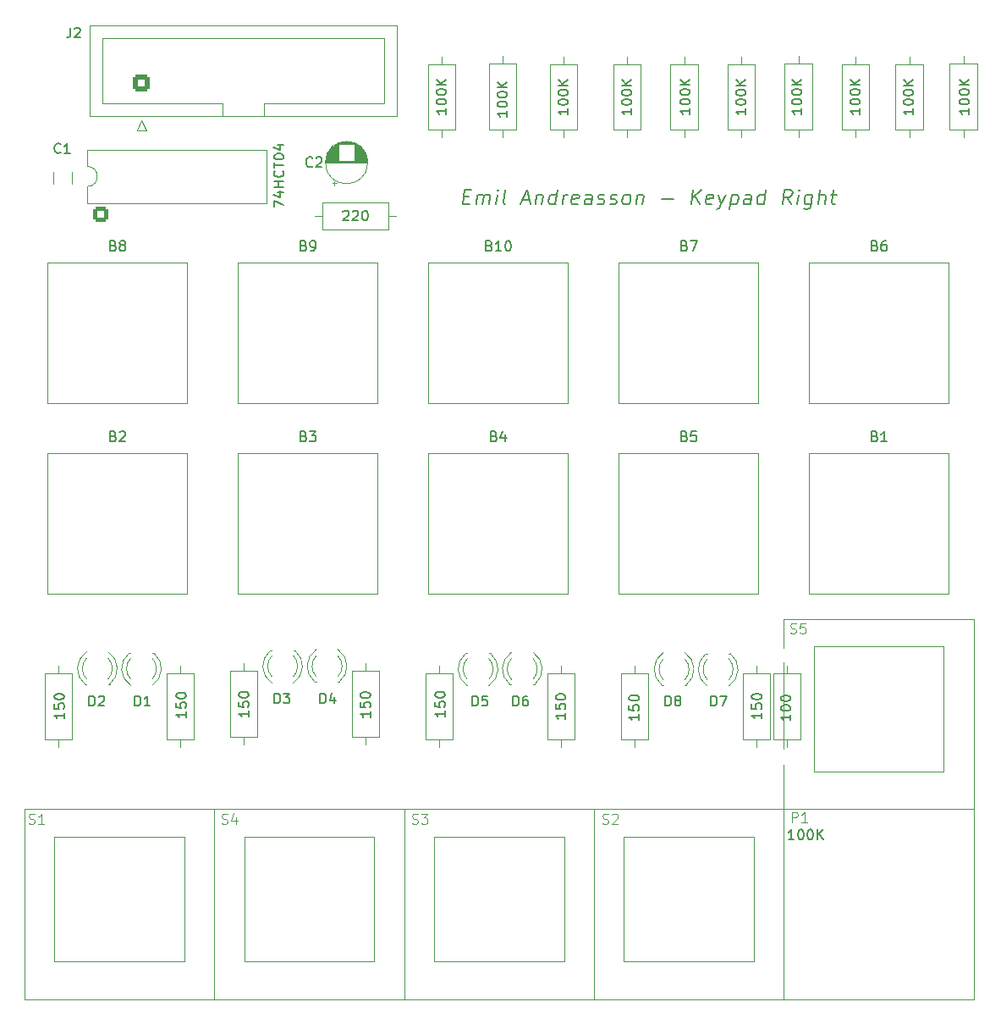
<source format=gto>
G04 #@! TF.GenerationSoftware,KiCad,Pcbnew,9.0.0*
G04 #@! TF.CreationDate,2025-06-15T15:41:00+02:00*
G04 #@! TF.ProjectId,8-bit computer_Keypad_Module_Right,382d6269-7420-4636-9f6d-70757465725f,rev?*
G04 #@! TF.SameCoordinates,Original*
G04 #@! TF.FileFunction,Legend,Top*
G04 #@! TF.FilePolarity,Positive*
%FSLAX46Y46*%
G04 Gerber Fmt 4.6, Leading zero omitted, Abs format (unit mm)*
G04 Created by KiCad (PCBNEW 9.0.0) date 2025-06-15 15:41:00*
%MOMM*%
%LPD*%
G01*
G04 APERTURE LIST*
G04 Aperture macros list*
%AMRoundRect*
0 Rectangle with rounded corners*
0 $1 Rounding radius*
0 $2 $3 $4 $5 $6 $7 $8 $9 X,Y pos of 4 corners*
0 Add a 4 corners polygon primitive as box body*
4,1,4,$2,$3,$4,$5,$6,$7,$8,$9,$2,$3,0*
0 Add four circle primitives for the rounded corners*
1,1,$1+$1,$2,$3*
1,1,$1+$1,$4,$5*
1,1,$1+$1,$6,$7*
1,1,$1+$1,$8,$9*
0 Add four rect primitives between the rounded corners*
20,1,$1+$1,$2,$3,$4,$5,0*
20,1,$1+$1,$4,$5,$6,$7,0*
20,1,$1+$1,$6,$7,$8,$9,0*
20,1,$1+$1,$8,$9,$2,$3,0*%
G04 Aperture macros list end*
%ADD10C,0.187500*%
%ADD11C,0.100000*%
%ADD12C,0.150000*%
%ADD13C,0.120000*%
%ADD14C,10.000000*%
%ADD15C,3.000000*%
%ADD16C,1.600000*%
%ADD17O,1.600000X1.600000*%
%ADD18C,4.000000*%
%ADD19C,2.200000*%
%ADD20C,1.690600*%
%ADD21R,1.200000X1.200000*%
%ADD22C,1.200000*%
%ADD23R,1.800000X1.800000*%
%ADD24C,1.800000*%
%ADD25C,5.600000*%
%ADD26C,13.000000*%
%ADD27C,2.500000*%
%ADD28RoundRect,0.250000X0.600000X-0.600000X0.600000X0.600000X-0.600000X0.600000X-0.600000X-0.600000X0*%
%ADD29C,1.700000*%
%ADD30RoundRect,0.250000X0.550000X-0.550000X0.550000X0.550000X-0.550000X0.550000X-0.550000X-0.550000X0*%
G04 APERTURE END LIST*
D10*
X137323383Y-59523764D02*
X137823383Y-59523764D01*
X137939455Y-60309478D02*
X137225169Y-60309478D01*
X137225169Y-60309478D02*
X137412669Y-58809478D01*
X137412669Y-58809478D02*
X138126955Y-58809478D01*
X138582312Y-60309478D02*
X138707312Y-59309478D01*
X138689455Y-59452335D02*
X138769812Y-59380907D01*
X138769812Y-59380907D02*
X138921598Y-59309478D01*
X138921598Y-59309478D02*
X139135883Y-59309478D01*
X139135883Y-59309478D02*
X139269812Y-59380907D01*
X139269812Y-59380907D02*
X139323383Y-59523764D01*
X139323383Y-59523764D02*
X139225169Y-60309478D01*
X139323383Y-59523764D02*
X139412669Y-59380907D01*
X139412669Y-59380907D02*
X139564455Y-59309478D01*
X139564455Y-59309478D02*
X139778740Y-59309478D01*
X139778740Y-59309478D02*
X139912669Y-59380907D01*
X139912669Y-59380907D02*
X139966240Y-59523764D01*
X139966240Y-59523764D02*
X139868026Y-60309478D01*
X140582312Y-60309478D02*
X140707312Y-59309478D01*
X140769812Y-58809478D02*
X140689455Y-58880907D01*
X140689455Y-58880907D02*
X140751955Y-58952335D01*
X140751955Y-58952335D02*
X140832312Y-58880907D01*
X140832312Y-58880907D02*
X140769812Y-58809478D01*
X140769812Y-58809478D02*
X140751955Y-58952335D01*
X141510884Y-60309478D02*
X141376955Y-60238050D01*
X141376955Y-60238050D02*
X141323384Y-60095192D01*
X141323384Y-60095192D02*
X141484098Y-58809478D01*
X143207312Y-59880907D02*
X143921597Y-59880907D01*
X143010883Y-60309478D02*
X143698383Y-58809478D01*
X143698383Y-58809478D02*
X144010883Y-60309478D01*
X144635883Y-59309478D02*
X144510883Y-60309478D01*
X144618026Y-59452335D02*
X144698383Y-59380907D01*
X144698383Y-59380907D02*
X144850169Y-59309478D01*
X144850169Y-59309478D02*
X145064454Y-59309478D01*
X145064454Y-59309478D02*
X145198383Y-59380907D01*
X145198383Y-59380907D02*
X145251954Y-59523764D01*
X145251954Y-59523764D02*
X145153740Y-60309478D01*
X146510883Y-60309478D02*
X146698383Y-58809478D01*
X146519812Y-60238050D02*
X146368026Y-60309478D01*
X146368026Y-60309478D02*
X146082312Y-60309478D01*
X146082312Y-60309478D02*
X145948383Y-60238050D01*
X145948383Y-60238050D02*
X145885883Y-60166621D01*
X145885883Y-60166621D02*
X145832312Y-60023764D01*
X145832312Y-60023764D02*
X145885883Y-59595192D01*
X145885883Y-59595192D02*
X145975169Y-59452335D01*
X145975169Y-59452335D02*
X146055526Y-59380907D01*
X146055526Y-59380907D02*
X146207312Y-59309478D01*
X146207312Y-59309478D02*
X146493026Y-59309478D01*
X146493026Y-59309478D02*
X146626954Y-59380907D01*
X147225169Y-60309478D02*
X147350169Y-59309478D01*
X147314455Y-59595192D02*
X147403740Y-59452335D01*
X147403740Y-59452335D02*
X147484097Y-59380907D01*
X147484097Y-59380907D02*
X147635883Y-59309478D01*
X147635883Y-59309478D02*
X147778740Y-59309478D01*
X148734097Y-60238050D02*
X148582311Y-60309478D01*
X148582311Y-60309478D02*
X148296597Y-60309478D01*
X148296597Y-60309478D02*
X148162668Y-60238050D01*
X148162668Y-60238050D02*
X148109097Y-60095192D01*
X148109097Y-60095192D02*
X148180526Y-59523764D01*
X148180526Y-59523764D02*
X148269811Y-59380907D01*
X148269811Y-59380907D02*
X148421597Y-59309478D01*
X148421597Y-59309478D02*
X148707311Y-59309478D01*
X148707311Y-59309478D02*
X148841240Y-59380907D01*
X148841240Y-59380907D02*
X148894811Y-59523764D01*
X148894811Y-59523764D02*
X148876954Y-59666621D01*
X148876954Y-59666621D02*
X148144811Y-59809478D01*
X150082311Y-60309478D02*
X150180525Y-59523764D01*
X150180525Y-59523764D02*
X150126954Y-59380907D01*
X150126954Y-59380907D02*
X149993025Y-59309478D01*
X149993025Y-59309478D02*
X149707311Y-59309478D01*
X149707311Y-59309478D02*
X149555525Y-59380907D01*
X150091240Y-60238050D02*
X149939454Y-60309478D01*
X149939454Y-60309478D02*
X149582311Y-60309478D01*
X149582311Y-60309478D02*
X149448382Y-60238050D01*
X149448382Y-60238050D02*
X149394811Y-60095192D01*
X149394811Y-60095192D02*
X149412668Y-59952335D01*
X149412668Y-59952335D02*
X149501954Y-59809478D01*
X149501954Y-59809478D02*
X149653740Y-59738050D01*
X149653740Y-59738050D02*
X150010882Y-59738050D01*
X150010882Y-59738050D02*
X150162668Y-59666621D01*
X150734097Y-60238050D02*
X150868025Y-60309478D01*
X150868025Y-60309478D02*
X151153740Y-60309478D01*
X151153740Y-60309478D02*
X151305525Y-60238050D01*
X151305525Y-60238050D02*
X151394811Y-60095192D01*
X151394811Y-60095192D02*
X151403740Y-60023764D01*
X151403740Y-60023764D02*
X151350168Y-59880907D01*
X151350168Y-59880907D02*
X151216240Y-59809478D01*
X151216240Y-59809478D02*
X151001954Y-59809478D01*
X151001954Y-59809478D02*
X150868025Y-59738050D01*
X150868025Y-59738050D02*
X150814454Y-59595192D01*
X150814454Y-59595192D02*
X150823383Y-59523764D01*
X150823383Y-59523764D02*
X150912668Y-59380907D01*
X150912668Y-59380907D02*
X151064454Y-59309478D01*
X151064454Y-59309478D02*
X151278740Y-59309478D01*
X151278740Y-59309478D02*
X151412668Y-59380907D01*
X151948383Y-60238050D02*
X152082311Y-60309478D01*
X152082311Y-60309478D02*
X152368026Y-60309478D01*
X152368026Y-60309478D02*
X152519811Y-60238050D01*
X152519811Y-60238050D02*
X152609097Y-60095192D01*
X152609097Y-60095192D02*
X152618026Y-60023764D01*
X152618026Y-60023764D02*
X152564454Y-59880907D01*
X152564454Y-59880907D02*
X152430526Y-59809478D01*
X152430526Y-59809478D02*
X152216240Y-59809478D01*
X152216240Y-59809478D02*
X152082311Y-59738050D01*
X152082311Y-59738050D02*
X152028740Y-59595192D01*
X152028740Y-59595192D02*
X152037669Y-59523764D01*
X152037669Y-59523764D02*
X152126954Y-59380907D01*
X152126954Y-59380907D02*
X152278740Y-59309478D01*
X152278740Y-59309478D02*
X152493026Y-59309478D01*
X152493026Y-59309478D02*
X152626954Y-59380907D01*
X153439455Y-60309478D02*
X153305526Y-60238050D01*
X153305526Y-60238050D02*
X153243026Y-60166621D01*
X153243026Y-60166621D02*
X153189455Y-60023764D01*
X153189455Y-60023764D02*
X153243026Y-59595192D01*
X153243026Y-59595192D02*
X153332312Y-59452335D01*
X153332312Y-59452335D02*
X153412669Y-59380907D01*
X153412669Y-59380907D02*
X153564455Y-59309478D01*
X153564455Y-59309478D02*
X153778740Y-59309478D01*
X153778740Y-59309478D02*
X153912669Y-59380907D01*
X153912669Y-59380907D02*
X153975169Y-59452335D01*
X153975169Y-59452335D02*
X154028740Y-59595192D01*
X154028740Y-59595192D02*
X153975169Y-60023764D01*
X153975169Y-60023764D02*
X153885883Y-60166621D01*
X153885883Y-60166621D02*
X153805526Y-60238050D01*
X153805526Y-60238050D02*
X153653740Y-60309478D01*
X153653740Y-60309478D02*
X153439455Y-60309478D01*
X154707312Y-59309478D02*
X154582312Y-60309478D01*
X154689455Y-59452335D02*
X154769812Y-59380907D01*
X154769812Y-59380907D02*
X154921598Y-59309478D01*
X154921598Y-59309478D02*
X155135883Y-59309478D01*
X155135883Y-59309478D02*
X155269812Y-59380907D01*
X155269812Y-59380907D02*
X155323383Y-59523764D01*
X155323383Y-59523764D02*
X155225169Y-60309478D01*
X157153740Y-59738050D02*
X158296598Y-59738050D01*
X160082312Y-60309478D02*
X160269812Y-58809478D01*
X160939455Y-60309478D02*
X160403740Y-59452335D01*
X161126955Y-58809478D02*
X160162669Y-59666621D01*
X162162669Y-60238050D02*
X162010883Y-60309478D01*
X162010883Y-60309478D02*
X161725169Y-60309478D01*
X161725169Y-60309478D02*
X161591240Y-60238050D01*
X161591240Y-60238050D02*
X161537669Y-60095192D01*
X161537669Y-60095192D02*
X161609098Y-59523764D01*
X161609098Y-59523764D02*
X161698383Y-59380907D01*
X161698383Y-59380907D02*
X161850169Y-59309478D01*
X161850169Y-59309478D02*
X162135883Y-59309478D01*
X162135883Y-59309478D02*
X162269812Y-59380907D01*
X162269812Y-59380907D02*
X162323383Y-59523764D01*
X162323383Y-59523764D02*
X162305526Y-59666621D01*
X162305526Y-59666621D02*
X161573383Y-59809478D01*
X162850169Y-59309478D02*
X163082312Y-60309478D01*
X163564454Y-59309478D02*
X163082312Y-60309478D01*
X163082312Y-60309478D02*
X162894812Y-60666621D01*
X162894812Y-60666621D02*
X162814454Y-60738050D01*
X162814454Y-60738050D02*
X162662669Y-60809478D01*
X164135883Y-59309478D02*
X163948383Y-60809478D01*
X164126954Y-59380907D02*
X164278740Y-59309478D01*
X164278740Y-59309478D02*
X164564454Y-59309478D01*
X164564454Y-59309478D02*
X164698383Y-59380907D01*
X164698383Y-59380907D02*
X164760883Y-59452335D01*
X164760883Y-59452335D02*
X164814454Y-59595192D01*
X164814454Y-59595192D02*
X164760883Y-60023764D01*
X164760883Y-60023764D02*
X164671597Y-60166621D01*
X164671597Y-60166621D02*
X164591240Y-60238050D01*
X164591240Y-60238050D02*
X164439454Y-60309478D01*
X164439454Y-60309478D02*
X164153740Y-60309478D01*
X164153740Y-60309478D02*
X164019811Y-60238050D01*
X166010883Y-60309478D02*
X166109097Y-59523764D01*
X166109097Y-59523764D02*
X166055526Y-59380907D01*
X166055526Y-59380907D02*
X165921597Y-59309478D01*
X165921597Y-59309478D02*
X165635883Y-59309478D01*
X165635883Y-59309478D02*
X165484097Y-59380907D01*
X166019812Y-60238050D02*
X165868026Y-60309478D01*
X165868026Y-60309478D02*
X165510883Y-60309478D01*
X165510883Y-60309478D02*
X165376954Y-60238050D01*
X165376954Y-60238050D02*
X165323383Y-60095192D01*
X165323383Y-60095192D02*
X165341240Y-59952335D01*
X165341240Y-59952335D02*
X165430526Y-59809478D01*
X165430526Y-59809478D02*
X165582312Y-59738050D01*
X165582312Y-59738050D02*
X165939454Y-59738050D01*
X165939454Y-59738050D02*
X166091240Y-59666621D01*
X167368026Y-60309478D02*
X167555526Y-58809478D01*
X167376955Y-60238050D02*
X167225169Y-60309478D01*
X167225169Y-60309478D02*
X166939455Y-60309478D01*
X166939455Y-60309478D02*
X166805526Y-60238050D01*
X166805526Y-60238050D02*
X166743026Y-60166621D01*
X166743026Y-60166621D02*
X166689455Y-60023764D01*
X166689455Y-60023764D02*
X166743026Y-59595192D01*
X166743026Y-59595192D02*
X166832312Y-59452335D01*
X166832312Y-59452335D02*
X166912669Y-59380907D01*
X166912669Y-59380907D02*
X167064455Y-59309478D01*
X167064455Y-59309478D02*
X167350169Y-59309478D01*
X167350169Y-59309478D02*
X167484097Y-59380907D01*
X170082312Y-60309478D02*
X169671597Y-59595192D01*
X169225169Y-60309478D02*
X169412669Y-58809478D01*
X169412669Y-58809478D02*
X169984097Y-58809478D01*
X169984097Y-58809478D02*
X170118026Y-58880907D01*
X170118026Y-58880907D02*
X170180526Y-58952335D01*
X170180526Y-58952335D02*
X170234097Y-59095192D01*
X170234097Y-59095192D02*
X170207312Y-59309478D01*
X170207312Y-59309478D02*
X170118026Y-59452335D01*
X170118026Y-59452335D02*
X170037669Y-59523764D01*
X170037669Y-59523764D02*
X169885883Y-59595192D01*
X169885883Y-59595192D02*
X169314455Y-59595192D01*
X170725169Y-60309478D02*
X170850169Y-59309478D01*
X170912669Y-58809478D02*
X170832312Y-58880907D01*
X170832312Y-58880907D02*
X170894812Y-58952335D01*
X170894812Y-58952335D02*
X170975169Y-58880907D01*
X170975169Y-58880907D02*
X170912669Y-58809478D01*
X170912669Y-58809478D02*
X170894812Y-58952335D01*
X172207312Y-59309478D02*
X172055526Y-60523764D01*
X172055526Y-60523764D02*
X171966241Y-60666621D01*
X171966241Y-60666621D02*
X171885883Y-60738050D01*
X171885883Y-60738050D02*
X171734098Y-60809478D01*
X171734098Y-60809478D02*
X171519812Y-60809478D01*
X171519812Y-60809478D02*
X171385883Y-60738050D01*
X172091241Y-60238050D02*
X171939455Y-60309478D01*
X171939455Y-60309478D02*
X171653741Y-60309478D01*
X171653741Y-60309478D02*
X171519812Y-60238050D01*
X171519812Y-60238050D02*
X171457312Y-60166621D01*
X171457312Y-60166621D02*
X171403741Y-60023764D01*
X171403741Y-60023764D02*
X171457312Y-59595192D01*
X171457312Y-59595192D02*
X171546598Y-59452335D01*
X171546598Y-59452335D02*
X171626955Y-59380907D01*
X171626955Y-59380907D02*
X171778741Y-59309478D01*
X171778741Y-59309478D02*
X172064455Y-59309478D01*
X172064455Y-59309478D02*
X172198383Y-59380907D01*
X172796598Y-60309478D02*
X172984098Y-58809478D01*
X173439455Y-60309478D02*
X173537669Y-59523764D01*
X173537669Y-59523764D02*
X173484098Y-59380907D01*
X173484098Y-59380907D02*
X173350169Y-59309478D01*
X173350169Y-59309478D02*
X173135884Y-59309478D01*
X173135884Y-59309478D02*
X172984098Y-59380907D01*
X172984098Y-59380907D02*
X172903741Y-59452335D01*
X174064455Y-59309478D02*
X174635884Y-59309478D01*
X174341241Y-58809478D02*
X174180527Y-60095192D01*
X174180527Y-60095192D02*
X174234098Y-60238050D01*
X174234098Y-60238050D02*
X174368027Y-60309478D01*
X174368027Y-60309478D02*
X174510884Y-60309478D01*
D11*
X93827695Y-122177400D02*
X93970552Y-122225019D01*
X93970552Y-122225019D02*
X94208647Y-122225019D01*
X94208647Y-122225019D02*
X94303885Y-122177400D01*
X94303885Y-122177400D02*
X94351504Y-122129780D01*
X94351504Y-122129780D02*
X94399123Y-122034542D01*
X94399123Y-122034542D02*
X94399123Y-121939304D01*
X94399123Y-121939304D02*
X94351504Y-121844066D01*
X94351504Y-121844066D02*
X94303885Y-121796447D01*
X94303885Y-121796447D02*
X94208647Y-121748828D01*
X94208647Y-121748828D02*
X94018171Y-121701209D01*
X94018171Y-121701209D02*
X93922933Y-121653590D01*
X93922933Y-121653590D02*
X93875314Y-121605971D01*
X93875314Y-121605971D02*
X93827695Y-121510733D01*
X93827695Y-121510733D02*
X93827695Y-121415495D01*
X93827695Y-121415495D02*
X93875314Y-121320257D01*
X93875314Y-121320257D02*
X93922933Y-121272638D01*
X93922933Y-121272638D02*
X94018171Y-121225019D01*
X94018171Y-121225019D02*
X94256266Y-121225019D01*
X94256266Y-121225019D02*
X94399123Y-121272638D01*
X95351504Y-122225019D02*
X94780076Y-122225019D01*
X95065790Y-122225019D02*
X95065790Y-121225019D01*
X95065790Y-121225019D02*
X94970552Y-121367876D01*
X94970552Y-121367876D02*
X94875314Y-121463114D01*
X94875314Y-121463114D02*
X94780076Y-121510733D01*
D12*
X96988333Y-55096580D02*
X96940714Y-55144200D01*
X96940714Y-55144200D02*
X96797857Y-55191819D01*
X96797857Y-55191819D02*
X96702619Y-55191819D01*
X96702619Y-55191819D02*
X96559762Y-55144200D01*
X96559762Y-55144200D02*
X96464524Y-55048961D01*
X96464524Y-55048961D02*
X96416905Y-54953723D01*
X96416905Y-54953723D02*
X96369286Y-54763247D01*
X96369286Y-54763247D02*
X96369286Y-54620390D01*
X96369286Y-54620390D02*
X96416905Y-54429914D01*
X96416905Y-54429914D02*
X96464524Y-54334676D01*
X96464524Y-54334676D02*
X96559762Y-54239438D01*
X96559762Y-54239438D02*
X96702619Y-54191819D01*
X96702619Y-54191819D02*
X96797857Y-54191819D01*
X96797857Y-54191819D02*
X96940714Y-54239438D01*
X96940714Y-54239438D02*
X96988333Y-54287057D01*
X97940714Y-55191819D02*
X97369286Y-55191819D01*
X97655000Y-55191819D02*
X97655000Y-54191819D01*
X97655000Y-54191819D02*
X97559762Y-54334676D01*
X97559762Y-54334676D02*
X97464524Y-54429914D01*
X97464524Y-54429914D02*
X97369286Y-54477533D01*
X182318819Y-50742257D02*
X182318819Y-51313685D01*
X182318819Y-51027971D02*
X181318819Y-51027971D01*
X181318819Y-51027971D02*
X181461676Y-51123209D01*
X181461676Y-51123209D02*
X181556914Y-51218447D01*
X181556914Y-51218447D02*
X181604533Y-51313685D01*
X181318819Y-50123209D02*
X181318819Y-50027971D01*
X181318819Y-50027971D02*
X181366438Y-49932733D01*
X181366438Y-49932733D02*
X181414057Y-49885114D01*
X181414057Y-49885114D02*
X181509295Y-49837495D01*
X181509295Y-49837495D02*
X181699771Y-49789876D01*
X181699771Y-49789876D02*
X181937866Y-49789876D01*
X181937866Y-49789876D02*
X182128342Y-49837495D01*
X182128342Y-49837495D02*
X182223580Y-49885114D01*
X182223580Y-49885114D02*
X182271200Y-49932733D01*
X182271200Y-49932733D02*
X182318819Y-50027971D01*
X182318819Y-50027971D02*
X182318819Y-50123209D01*
X182318819Y-50123209D02*
X182271200Y-50218447D01*
X182271200Y-50218447D02*
X182223580Y-50266066D01*
X182223580Y-50266066D02*
X182128342Y-50313685D01*
X182128342Y-50313685D02*
X181937866Y-50361304D01*
X181937866Y-50361304D02*
X181699771Y-50361304D01*
X181699771Y-50361304D02*
X181509295Y-50313685D01*
X181509295Y-50313685D02*
X181414057Y-50266066D01*
X181414057Y-50266066D02*
X181366438Y-50218447D01*
X181366438Y-50218447D02*
X181318819Y-50123209D01*
X181318819Y-49170828D02*
X181318819Y-49075590D01*
X181318819Y-49075590D02*
X181366438Y-48980352D01*
X181366438Y-48980352D02*
X181414057Y-48932733D01*
X181414057Y-48932733D02*
X181509295Y-48885114D01*
X181509295Y-48885114D02*
X181699771Y-48837495D01*
X181699771Y-48837495D02*
X181937866Y-48837495D01*
X181937866Y-48837495D02*
X182128342Y-48885114D01*
X182128342Y-48885114D02*
X182223580Y-48932733D01*
X182223580Y-48932733D02*
X182271200Y-48980352D01*
X182271200Y-48980352D02*
X182318819Y-49075590D01*
X182318819Y-49075590D02*
X182318819Y-49170828D01*
X182318819Y-49170828D02*
X182271200Y-49266066D01*
X182271200Y-49266066D02*
X182223580Y-49313685D01*
X182223580Y-49313685D02*
X182128342Y-49361304D01*
X182128342Y-49361304D02*
X181937866Y-49408923D01*
X181937866Y-49408923D02*
X181699771Y-49408923D01*
X181699771Y-49408923D02*
X181509295Y-49361304D01*
X181509295Y-49361304D02*
X181414057Y-49313685D01*
X181414057Y-49313685D02*
X181366438Y-49266066D01*
X181366438Y-49266066D02*
X181318819Y-49170828D01*
X182318819Y-48408923D02*
X181318819Y-48408923D01*
X182318819Y-47837495D02*
X181747390Y-48266066D01*
X181318819Y-47837495D02*
X181890247Y-48408923D01*
X135582819Y-50696666D02*
X135582819Y-51268094D01*
X135582819Y-50982380D02*
X134582819Y-50982380D01*
X134582819Y-50982380D02*
X134725676Y-51077618D01*
X134725676Y-51077618D02*
X134820914Y-51172856D01*
X134820914Y-51172856D02*
X134868533Y-51268094D01*
X134582819Y-50077618D02*
X134582819Y-49982380D01*
X134582819Y-49982380D02*
X134630438Y-49887142D01*
X134630438Y-49887142D02*
X134678057Y-49839523D01*
X134678057Y-49839523D02*
X134773295Y-49791904D01*
X134773295Y-49791904D02*
X134963771Y-49744285D01*
X134963771Y-49744285D02*
X135201866Y-49744285D01*
X135201866Y-49744285D02*
X135392342Y-49791904D01*
X135392342Y-49791904D02*
X135487580Y-49839523D01*
X135487580Y-49839523D02*
X135535200Y-49887142D01*
X135535200Y-49887142D02*
X135582819Y-49982380D01*
X135582819Y-49982380D02*
X135582819Y-50077618D01*
X135582819Y-50077618D02*
X135535200Y-50172856D01*
X135535200Y-50172856D02*
X135487580Y-50220475D01*
X135487580Y-50220475D02*
X135392342Y-50268094D01*
X135392342Y-50268094D02*
X135201866Y-50315713D01*
X135201866Y-50315713D02*
X134963771Y-50315713D01*
X134963771Y-50315713D02*
X134773295Y-50268094D01*
X134773295Y-50268094D02*
X134678057Y-50220475D01*
X134678057Y-50220475D02*
X134630438Y-50172856D01*
X134630438Y-50172856D02*
X134582819Y-50077618D01*
X134582819Y-49125237D02*
X134582819Y-49029999D01*
X134582819Y-49029999D02*
X134630438Y-48934761D01*
X134630438Y-48934761D02*
X134678057Y-48887142D01*
X134678057Y-48887142D02*
X134773295Y-48839523D01*
X134773295Y-48839523D02*
X134963771Y-48791904D01*
X134963771Y-48791904D02*
X135201866Y-48791904D01*
X135201866Y-48791904D02*
X135392342Y-48839523D01*
X135392342Y-48839523D02*
X135487580Y-48887142D01*
X135487580Y-48887142D02*
X135535200Y-48934761D01*
X135535200Y-48934761D02*
X135582819Y-49029999D01*
X135582819Y-49029999D02*
X135582819Y-49125237D01*
X135582819Y-49125237D02*
X135535200Y-49220475D01*
X135535200Y-49220475D02*
X135487580Y-49268094D01*
X135487580Y-49268094D02*
X135392342Y-49315713D01*
X135392342Y-49315713D02*
X135201866Y-49363332D01*
X135201866Y-49363332D02*
X134963771Y-49363332D01*
X134963771Y-49363332D02*
X134773295Y-49315713D01*
X134773295Y-49315713D02*
X134678057Y-49268094D01*
X134678057Y-49268094D02*
X134630438Y-49220475D01*
X134630438Y-49220475D02*
X134582819Y-49125237D01*
X135582819Y-48363332D02*
X134582819Y-48363332D01*
X135582819Y-47791904D02*
X135011390Y-48220475D01*
X134582819Y-47791904D02*
X135154247Y-48363332D01*
X139898547Y-64420509D02*
X140041404Y-64468128D01*
X140041404Y-64468128D02*
X140089023Y-64515747D01*
X140089023Y-64515747D02*
X140136642Y-64610985D01*
X140136642Y-64610985D02*
X140136642Y-64753842D01*
X140136642Y-64753842D02*
X140089023Y-64849080D01*
X140089023Y-64849080D02*
X140041404Y-64896700D01*
X140041404Y-64896700D02*
X139946166Y-64944319D01*
X139946166Y-64944319D02*
X139565214Y-64944319D01*
X139565214Y-64944319D02*
X139565214Y-63944319D01*
X139565214Y-63944319D02*
X139898547Y-63944319D01*
X139898547Y-63944319D02*
X139993785Y-63991938D01*
X139993785Y-63991938D02*
X140041404Y-64039557D01*
X140041404Y-64039557D02*
X140089023Y-64134795D01*
X140089023Y-64134795D02*
X140089023Y-64230033D01*
X140089023Y-64230033D02*
X140041404Y-64325271D01*
X140041404Y-64325271D02*
X139993785Y-64372890D01*
X139993785Y-64372890D02*
X139898547Y-64420509D01*
X139898547Y-64420509D02*
X139565214Y-64420509D01*
X141089023Y-64944319D02*
X140517595Y-64944319D01*
X140803309Y-64944319D02*
X140803309Y-63944319D01*
X140803309Y-63944319D02*
X140708071Y-64087176D01*
X140708071Y-64087176D02*
X140612833Y-64182414D01*
X140612833Y-64182414D02*
X140517595Y-64230033D01*
X141708071Y-63944319D02*
X141803309Y-63944319D01*
X141803309Y-63944319D02*
X141898547Y-63991938D01*
X141898547Y-63991938D02*
X141946166Y-64039557D01*
X141946166Y-64039557D02*
X141993785Y-64134795D01*
X141993785Y-64134795D02*
X142041404Y-64325271D01*
X142041404Y-64325271D02*
X142041404Y-64563366D01*
X142041404Y-64563366D02*
X141993785Y-64753842D01*
X141993785Y-64753842D02*
X141946166Y-64849080D01*
X141946166Y-64849080D02*
X141898547Y-64896700D01*
X141898547Y-64896700D02*
X141803309Y-64944319D01*
X141803309Y-64944319D02*
X141708071Y-64944319D01*
X141708071Y-64944319D02*
X141612833Y-64896700D01*
X141612833Y-64896700D02*
X141565214Y-64849080D01*
X141565214Y-64849080D02*
X141517595Y-64753842D01*
X141517595Y-64753842D02*
X141469976Y-64563366D01*
X141469976Y-64563366D02*
X141469976Y-64325271D01*
X141469976Y-64325271D02*
X141517595Y-64134795D01*
X141517595Y-64134795D02*
X141565214Y-64039557D01*
X141565214Y-64039557D02*
X141612833Y-63991938D01*
X141612833Y-63991938D02*
X141708071Y-63944319D01*
X171142819Y-50696666D02*
X171142819Y-51268094D01*
X171142819Y-50982380D02*
X170142819Y-50982380D01*
X170142819Y-50982380D02*
X170285676Y-51077618D01*
X170285676Y-51077618D02*
X170380914Y-51172856D01*
X170380914Y-51172856D02*
X170428533Y-51268094D01*
X170142819Y-50077618D02*
X170142819Y-49982380D01*
X170142819Y-49982380D02*
X170190438Y-49887142D01*
X170190438Y-49887142D02*
X170238057Y-49839523D01*
X170238057Y-49839523D02*
X170333295Y-49791904D01*
X170333295Y-49791904D02*
X170523771Y-49744285D01*
X170523771Y-49744285D02*
X170761866Y-49744285D01*
X170761866Y-49744285D02*
X170952342Y-49791904D01*
X170952342Y-49791904D02*
X171047580Y-49839523D01*
X171047580Y-49839523D02*
X171095200Y-49887142D01*
X171095200Y-49887142D02*
X171142819Y-49982380D01*
X171142819Y-49982380D02*
X171142819Y-50077618D01*
X171142819Y-50077618D02*
X171095200Y-50172856D01*
X171095200Y-50172856D02*
X171047580Y-50220475D01*
X171047580Y-50220475D02*
X170952342Y-50268094D01*
X170952342Y-50268094D02*
X170761866Y-50315713D01*
X170761866Y-50315713D02*
X170523771Y-50315713D01*
X170523771Y-50315713D02*
X170333295Y-50268094D01*
X170333295Y-50268094D02*
X170238057Y-50220475D01*
X170238057Y-50220475D02*
X170190438Y-50172856D01*
X170190438Y-50172856D02*
X170142819Y-50077618D01*
X170142819Y-49125237D02*
X170142819Y-49029999D01*
X170142819Y-49029999D02*
X170190438Y-48934761D01*
X170190438Y-48934761D02*
X170238057Y-48887142D01*
X170238057Y-48887142D02*
X170333295Y-48839523D01*
X170333295Y-48839523D02*
X170523771Y-48791904D01*
X170523771Y-48791904D02*
X170761866Y-48791904D01*
X170761866Y-48791904D02*
X170952342Y-48839523D01*
X170952342Y-48839523D02*
X171047580Y-48887142D01*
X171047580Y-48887142D02*
X171095200Y-48934761D01*
X171095200Y-48934761D02*
X171142819Y-49029999D01*
X171142819Y-49029999D02*
X171142819Y-49125237D01*
X171142819Y-49125237D02*
X171095200Y-49220475D01*
X171095200Y-49220475D02*
X171047580Y-49268094D01*
X171047580Y-49268094D02*
X170952342Y-49315713D01*
X170952342Y-49315713D02*
X170761866Y-49363332D01*
X170761866Y-49363332D02*
X170523771Y-49363332D01*
X170523771Y-49363332D02*
X170333295Y-49315713D01*
X170333295Y-49315713D02*
X170238057Y-49268094D01*
X170238057Y-49268094D02*
X170190438Y-49220475D01*
X170190438Y-49220475D02*
X170142819Y-49125237D01*
X171142819Y-48363332D02*
X170142819Y-48363332D01*
X171142819Y-47791904D02*
X170571390Y-48220475D01*
X170142819Y-47791904D02*
X170714247Y-48363332D01*
X122186332Y-56477580D02*
X122138713Y-56525200D01*
X122138713Y-56525200D02*
X121995856Y-56572819D01*
X121995856Y-56572819D02*
X121900618Y-56572819D01*
X121900618Y-56572819D02*
X121757761Y-56525200D01*
X121757761Y-56525200D02*
X121662523Y-56429961D01*
X121662523Y-56429961D02*
X121614904Y-56334723D01*
X121614904Y-56334723D02*
X121567285Y-56144247D01*
X121567285Y-56144247D02*
X121567285Y-56001390D01*
X121567285Y-56001390D02*
X121614904Y-55810914D01*
X121614904Y-55810914D02*
X121662523Y-55715676D01*
X121662523Y-55715676D02*
X121757761Y-55620438D01*
X121757761Y-55620438D02*
X121900618Y-55572819D01*
X121900618Y-55572819D02*
X121995856Y-55572819D01*
X121995856Y-55572819D02*
X122138713Y-55620438D01*
X122138713Y-55620438D02*
X122186332Y-55668057D01*
X122567285Y-55668057D02*
X122614904Y-55620438D01*
X122614904Y-55620438D02*
X122710142Y-55572819D01*
X122710142Y-55572819D02*
X122948237Y-55572819D01*
X122948237Y-55572819D02*
X123043475Y-55620438D01*
X123043475Y-55620438D02*
X123091094Y-55668057D01*
X123091094Y-55668057D02*
X123138713Y-55763295D01*
X123138713Y-55763295D02*
X123138713Y-55858533D01*
X123138713Y-55858533D02*
X123091094Y-56001390D01*
X123091094Y-56001390D02*
X122519666Y-56572819D01*
X122519666Y-56572819D02*
X123138713Y-56572819D01*
X121324738Y-83470509D02*
X121467595Y-83518128D01*
X121467595Y-83518128D02*
X121515214Y-83565747D01*
X121515214Y-83565747D02*
X121562833Y-83660985D01*
X121562833Y-83660985D02*
X121562833Y-83803842D01*
X121562833Y-83803842D02*
X121515214Y-83899080D01*
X121515214Y-83899080D02*
X121467595Y-83946700D01*
X121467595Y-83946700D02*
X121372357Y-83994319D01*
X121372357Y-83994319D02*
X120991405Y-83994319D01*
X120991405Y-83994319D02*
X120991405Y-82994319D01*
X120991405Y-82994319D02*
X121324738Y-82994319D01*
X121324738Y-82994319D02*
X121419976Y-83041938D01*
X121419976Y-83041938D02*
X121467595Y-83089557D01*
X121467595Y-83089557D02*
X121515214Y-83184795D01*
X121515214Y-83184795D02*
X121515214Y-83280033D01*
X121515214Y-83280033D02*
X121467595Y-83375271D01*
X121467595Y-83375271D02*
X121419976Y-83422890D01*
X121419976Y-83422890D02*
X121324738Y-83470509D01*
X121324738Y-83470509D02*
X120991405Y-83470509D01*
X121896167Y-82994319D02*
X122515214Y-82994319D01*
X122515214Y-82994319D02*
X122181881Y-83375271D01*
X122181881Y-83375271D02*
X122324738Y-83375271D01*
X122324738Y-83375271D02*
X122419976Y-83422890D01*
X122419976Y-83422890D02*
X122467595Y-83470509D01*
X122467595Y-83470509D02*
X122515214Y-83565747D01*
X122515214Y-83565747D02*
X122515214Y-83803842D01*
X122515214Y-83803842D02*
X122467595Y-83899080D01*
X122467595Y-83899080D02*
X122419976Y-83946700D01*
X122419976Y-83946700D02*
X122324738Y-83994319D01*
X122324738Y-83994319D02*
X122039024Y-83994319D01*
X122039024Y-83994319D02*
X121943786Y-83946700D01*
X121943786Y-83946700D02*
X121896167Y-83899080D01*
X142263905Y-110436819D02*
X142263905Y-109436819D01*
X142263905Y-109436819D02*
X142502000Y-109436819D01*
X142502000Y-109436819D02*
X142644857Y-109484438D01*
X142644857Y-109484438D02*
X142740095Y-109579676D01*
X142740095Y-109579676D02*
X142787714Y-109674914D01*
X142787714Y-109674914D02*
X142835333Y-109865390D01*
X142835333Y-109865390D02*
X142835333Y-110008247D01*
X142835333Y-110008247D02*
X142787714Y-110198723D01*
X142787714Y-110198723D02*
X142740095Y-110293961D01*
X142740095Y-110293961D02*
X142644857Y-110389200D01*
X142644857Y-110389200D02*
X142502000Y-110436819D01*
X142502000Y-110436819D02*
X142263905Y-110436819D01*
X143692476Y-109436819D02*
X143502000Y-109436819D01*
X143502000Y-109436819D02*
X143406762Y-109484438D01*
X143406762Y-109484438D02*
X143359143Y-109532057D01*
X143359143Y-109532057D02*
X143263905Y-109674914D01*
X143263905Y-109674914D02*
X143216286Y-109865390D01*
X143216286Y-109865390D02*
X143216286Y-110246342D01*
X143216286Y-110246342D02*
X143263905Y-110341580D01*
X143263905Y-110341580D02*
X143311524Y-110389200D01*
X143311524Y-110389200D02*
X143406762Y-110436819D01*
X143406762Y-110436819D02*
X143597238Y-110436819D01*
X143597238Y-110436819D02*
X143692476Y-110389200D01*
X143692476Y-110389200D02*
X143740095Y-110341580D01*
X143740095Y-110341580D02*
X143787714Y-110246342D01*
X143787714Y-110246342D02*
X143787714Y-110008247D01*
X143787714Y-110008247D02*
X143740095Y-109913009D01*
X143740095Y-109913009D02*
X143692476Y-109865390D01*
X143692476Y-109865390D02*
X143597238Y-109817771D01*
X143597238Y-109817771D02*
X143406762Y-109817771D01*
X143406762Y-109817771D02*
X143311524Y-109865390D01*
X143311524Y-109865390D02*
X143263905Y-109913009D01*
X143263905Y-109913009D02*
X143216286Y-110008247D01*
X159424738Y-83470509D02*
X159567595Y-83518128D01*
X159567595Y-83518128D02*
X159615214Y-83565747D01*
X159615214Y-83565747D02*
X159662833Y-83660985D01*
X159662833Y-83660985D02*
X159662833Y-83803842D01*
X159662833Y-83803842D02*
X159615214Y-83899080D01*
X159615214Y-83899080D02*
X159567595Y-83946700D01*
X159567595Y-83946700D02*
X159472357Y-83994319D01*
X159472357Y-83994319D02*
X159091405Y-83994319D01*
X159091405Y-83994319D02*
X159091405Y-82994319D01*
X159091405Y-82994319D02*
X159424738Y-82994319D01*
X159424738Y-82994319D02*
X159519976Y-83041938D01*
X159519976Y-83041938D02*
X159567595Y-83089557D01*
X159567595Y-83089557D02*
X159615214Y-83184795D01*
X159615214Y-83184795D02*
X159615214Y-83280033D01*
X159615214Y-83280033D02*
X159567595Y-83375271D01*
X159567595Y-83375271D02*
X159519976Y-83422890D01*
X159519976Y-83422890D02*
X159424738Y-83470509D01*
X159424738Y-83470509D02*
X159091405Y-83470509D01*
X160567595Y-82994319D02*
X160091405Y-82994319D01*
X160091405Y-82994319D02*
X160043786Y-83470509D01*
X160043786Y-83470509D02*
X160091405Y-83422890D01*
X160091405Y-83422890D02*
X160186643Y-83375271D01*
X160186643Y-83375271D02*
X160424738Y-83375271D01*
X160424738Y-83375271D02*
X160519976Y-83422890D01*
X160519976Y-83422890D02*
X160567595Y-83470509D01*
X160567595Y-83470509D02*
X160615214Y-83565747D01*
X160615214Y-83565747D02*
X160615214Y-83803842D01*
X160615214Y-83803842D02*
X160567595Y-83899080D01*
X160567595Y-83899080D02*
X160519976Y-83946700D01*
X160519976Y-83946700D02*
X160424738Y-83994319D01*
X160424738Y-83994319D02*
X160186643Y-83994319D01*
X160186643Y-83994319D02*
X160091405Y-83946700D01*
X160091405Y-83946700D02*
X160043786Y-83899080D01*
X159424738Y-64420509D02*
X159567595Y-64468128D01*
X159567595Y-64468128D02*
X159615214Y-64515747D01*
X159615214Y-64515747D02*
X159662833Y-64610985D01*
X159662833Y-64610985D02*
X159662833Y-64753842D01*
X159662833Y-64753842D02*
X159615214Y-64849080D01*
X159615214Y-64849080D02*
X159567595Y-64896700D01*
X159567595Y-64896700D02*
X159472357Y-64944319D01*
X159472357Y-64944319D02*
X159091405Y-64944319D01*
X159091405Y-64944319D02*
X159091405Y-63944319D01*
X159091405Y-63944319D02*
X159424738Y-63944319D01*
X159424738Y-63944319D02*
X159519976Y-63991938D01*
X159519976Y-63991938D02*
X159567595Y-64039557D01*
X159567595Y-64039557D02*
X159615214Y-64134795D01*
X159615214Y-64134795D02*
X159615214Y-64230033D01*
X159615214Y-64230033D02*
X159567595Y-64325271D01*
X159567595Y-64325271D02*
X159519976Y-64372890D01*
X159519976Y-64372890D02*
X159424738Y-64420509D01*
X159424738Y-64420509D02*
X159091405Y-64420509D01*
X159996167Y-63944319D02*
X160662833Y-63944319D01*
X160662833Y-63944319D02*
X160234262Y-64944319D01*
X97353493Y-111124724D02*
X97353493Y-111696152D01*
X97353493Y-111410438D02*
X96353493Y-111410438D01*
X96353493Y-111410438D02*
X96496350Y-111505676D01*
X96496350Y-111505676D02*
X96591588Y-111600914D01*
X96591588Y-111600914D02*
X96639207Y-111696152D01*
X96353493Y-110219962D02*
X96353493Y-110696152D01*
X96353493Y-110696152D02*
X96829683Y-110743771D01*
X96829683Y-110743771D02*
X96782064Y-110696152D01*
X96782064Y-110696152D02*
X96734445Y-110600914D01*
X96734445Y-110600914D02*
X96734445Y-110362819D01*
X96734445Y-110362819D02*
X96782064Y-110267581D01*
X96782064Y-110267581D02*
X96829683Y-110219962D01*
X96829683Y-110219962D02*
X96924921Y-110172343D01*
X96924921Y-110172343D02*
X97163016Y-110172343D01*
X97163016Y-110172343D02*
X97258254Y-110219962D01*
X97258254Y-110219962D02*
X97305874Y-110267581D01*
X97305874Y-110267581D02*
X97353493Y-110362819D01*
X97353493Y-110362819D02*
X97353493Y-110600914D01*
X97353493Y-110600914D02*
X97305874Y-110696152D01*
X97305874Y-110696152D02*
X97258254Y-110743771D01*
X96353493Y-109553295D02*
X96353493Y-109458057D01*
X96353493Y-109458057D02*
X96401112Y-109362819D01*
X96401112Y-109362819D02*
X96448731Y-109315200D01*
X96448731Y-109315200D02*
X96543969Y-109267581D01*
X96543969Y-109267581D02*
X96734445Y-109219962D01*
X96734445Y-109219962D02*
X96972540Y-109219962D01*
X96972540Y-109219962D02*
X97163016Y-109267581D01*
X97163016Y-109267581D02*
X97258254Y-109315200D01*
X97258254Y-109315200D02*
X97305874Y-109362819D01*
X97305874Y-109362819D02*
X97353493Y-109458057D01*
X97353493Y-109458057D02*
X97353493Y-109553295D01*
X97353493Y-109553295D02*
X97305874Y-109648533D01*
X97305874Y-109648533D02*
X97258254Y-109696152D01*
X97258254Y-109696152D02*
X97163016Y-109743771D01*
X97163016Y-109743771D02*
X96972540Y-109791390D01*
X96972540Y-109791390D02*
X96734445Y-109791390D01*
X96734445Y-109791390D02*
X96543969Y-109743771D01*
X96543969Y-109743771D02*
X96448731Y-109696152D01*
X96448731Y-109696152D02*
X96401112Y-109648533D01*
X96401112Y-109648533D02*
X96353493Y-109553295D01*
X154124819Y-50742257D02*
X154124819Y-51313685D01*
X154124819Y-51027971D02*
X153124819Y-51027971D01*
X153124819Y-51027971D02*
X153267676Y-51123209D01*
X153267676Y-51123209D02*
X153362914Y-51218447D01*
X153362914Y-51218447D02*
X153410533Y-51313685D01*
X153124819Y-50123209D02*
X153124819Y-50027971D01*
X153124819Y-50027971D02*
X153172438Y-49932733D01*
X153172438Y-49932733D02*
X153220057Y-49885114D01*
X153220057Y-49885114D02*
X153315295Y-49837495D01*
X153315295Y-49837495D02*
X153505771Y-49789876D01*
X153505771Y-49789876D02*
X153743866Y-49789876D01*
X153743866Y-49789876D02*
X153934342Y-49837495D01*
X153934342Y-49837495D02*
X154029580Y-49885114D01*
X154029580Y-49885114D02*
X154077200Y-49932733D01*
X154077200Y-49932733D02*
X154124819Y-50027971D01*
X154124819Y-50027971D02*
X154124819Y-50123209D01*
X154124819Y-50123209D02*
X154077200Y-50218447D01*
X154077200Y-50218447D02*
X154029580Y-50266066D01*
X154029580Y-50266066D02*
X153934342Y-50313685D01*
X153934342Y-50313685D02*
X153743866Y-50361304D01*
X153743866Y-50361304D02*
X153505771Y-50361304D01*
X153505771Y-50361304D02*
X153315295Y-50313685D01*
X153315295Y-50313685D02*
X153220057Y-50266066D01*
X153220057Y-50266066D02*
X153172438Y-50218447D01*
X153172438Y-50218447D02*
X153124819Y-50123209D01*
X153124819Y-49170828D02*
X153124819Y-49075590D01*
X153124819Y-49075590D02*
X153172438Y-48980352D01*
X153172438Y-48980352D02*
X153220057Y-48932733D01*
X153220057Y-48932733D02*
X153315295Y-48885114D01*
X153315295Y-48885114D02*
X153505771Y-48837495D01*
X153505771Y-48837495D02*
X153743866Y-48837495D01*
X153743866Y-48837495D02*
X153934342Y-48885114D01*
X153934342Y-48885114D02*
X154029580Y-48932733D01*
X154029580Y-48932733D02*
X154077200Y-48980352D01*
X154077200Y-48980352D02*
X154124819Y-49075590D01*
X154124819Y-49075590D02*
X154124819Y-49170828D01*
X154124819Y-49170828D02*
X154077200Y-49266066D01*
X154077200Y-49266066D02*
X154029580Y-49313685D01*
X154029580Y-49313685D02*
X153934342Y-49361304D01*
X153934342Y-49361304D02*
X153743866Y-49408923D01*
X153743866Y-49408923D02*
X153505771Y-49408923D01*
X153505771Y-49408923D02*
X153315295Y-49361304D01*
X153315295Y-49361304D02*
X153220057Y-49313685D01*
X153220057Y-49313685D02*
X153172438Y-49266066D01*
X153172438Y-49266066D02*
X153124819Y-49170828D01*
X154124819Y-48408923D02*
X153124819Y-48408923D01*
X154124819Y-47837495D02*
X153553390Y-48266066D01*
X153124819Y-47837495D02*
X153696247Y-48408923D01*
X147774819Y-50742257D02*
X147774819Y-51313685D01*
X147774819Y-51027971D02*
X146774819Y-51027971D01*
X146774819Y-51027971D02*
X146917676Y-51123209D01*
X146917676Y-51123209D02*
X147012914Y-51218447D01*
X147012914Y-51218447D02*
X147060533Y-51313685D01*
X146774819Y-50123209D02*
X146774819Y-50027971D01*
X146774819Y-50027971D02*
X146822438Y-49932733D01*
X146822438Y-49932733D02*
X146870057Y-49885114D01*
X146870057Y-49885114D02*
X146965295Y-49837495D01*
X146965295Y-49837495D02*
X147155771Y-49789876D01*
X147155771Y-49789876D02*
X147393866Y-49789876D01*
X147393866Y-49789876D02*
X147584342Y-49837495D01*
X147584342Y-49837495D02*
X147679580Y-49885114D01*
X147679580Y-49885114D02*
X147727200Y-49932733D01*
X147727200Y-49932733D02*
X147774819Y-50027971D01*
X147774819Y-50027971D02*
X147774819Y-50123209D01*
X147774819Y-50123209D02*
X147727200Y-50218447D01*
X147727200Y-50218447D02*
X147679580Y-50266066D01*
X147679580Y-50266066D02*
X147584342Y-50313685D01*
X147584342Y-50313685D02*
X147393866Y-50361304D01*
X147393866Y-50361304D02*
X147155771Y-50361304D01*
X147155771Y-50361304D02*
X146965295Y-50313685D01*
X146965295Y-50313685D02*
X146870057Y-50266066D01*
X146870057Y-50266066D02*
X146822438Y-50218447D01*
X146822438Y-50218447D02*
X146774819Y-50123209D01*
X146774819Y-49170828D02*
X146774819Y-49075590D01*
X146774819Y-49075590D02*
X146822438Y-48980352D01*
X146822438Y-48980352D02*
X146870057Y-48932733D01*
X146870057Y-48932733D02*
X146965295Y-48885114D01*
X146965295Y-48885114D02*
X147155771Y-48837495D01*
X147155771Y-48837495D02*
X147393866Y-48837495D01*
X147393866Y-48837495D02*
X147584342Y-48885114D01*
X147584342Y-48885114D02*
X147679580Y-48932733D01*
X147679580Y-48932733D02*
X147727200Y-48980352D01*
X147727200Y-48980352D02*
X147774819Y-49075590D01*
X147774819Y-49075590D02*
X147774819Y-49170828D01*
X147774819Y-49170828D02*
X147727200Y-49266066D01*
X147727200Y-49266066D02*
X147679580Y-49313685D01*
X147679580Y-49313685D02*
X147584342Y-49361304D01*
X147584342Y-49361304D02*
X147393866Y-49408923D01*
X147393866Y-49408923D02*
X147155771Y-49408923D01*
X147155771Y-49408923D02*
X146965295Y-49361304D01*
X146965295Y-49361304D02*
X146870057Y-49313685D01*
X146870057Y-49313685D02*
X146822438Y-49266066D01*
X146822438Y-49266066D02*
X146774819Y-49170828D01*
X147774819Y-48408923D02*
X146774819Y-48408923D01*
X147774819Y-47837495D02*
X147203390Y-48266066D01*
X146774819Y-47837495D02*
X147346247Y-48408923D01*
X109558557Y-111022097D02*
X109558557Y-111593525D01*
X109558557Y-111307811D02*
X108558557Y-111307811D01*
X108558557Y-111307811D02*
X108701414Y-111403049D01*
X108701414Y-111403049D02*
X108796652Y-111498287D01*
X108796652Y-111498287D02*
X108844271Y-111593525D01*
X108558557Y-110117335D02*
X108558557Y-110593525D01*
X108558557Y-110593525D02*
X109034747Y-110641144D01*
X109034747Y-110641144D02*
X108987128Y-110593525D01*
X108987128Y-110593525D02*
X108939509Y-110498287D01*
X108939509Y-110498287D02*
X108939509Y-110260192D01*
X108939509Y-110260192D02*
X108987128Y-110164954D01*
X108987128Y-110164954D02*
X109034747Y-110117335D01*
X109034747Y-110117335D02*
X109129985Y-110069716D01*
X109129985Y-110069716D02*
X109368080Y-110069716D01*
X109368080Y-110069716D02*
X109463318Y-110117335D01*
X109463318Y-110117335D02*
X109510938Y-110164954D01*
X109510938Y-110164954D02*
X109558557Y-110260192D01*
X109558557Y-110260192D02*
X109558557Y-110498287D01*
X109558557Y-110498287D02*
X109510938Y-110593525D01*
X109510938Y-110593525D02*
X109463318Y-110641144D01*
X108558557Y-109450668D02*
X108558557Y-109355430D01*
X108558557Y-109355430D02*
X108606176Y-109260192D01*
X108606176Y-109260192D02*
X108653795Y-109212573D01*
X108653795Y-109212573D02*
X108749033Y-109164954D01*
X108749033Y-109164954D02*
X108939509Y-109117335D01*
X108939509Y-109117335D02*
X109177604Y-109117335D01*
X109177604Y-109117335D02*
X109368080Y-109164954D01*
X109368080Y-109164954D02*
X109463318Y-109212573D01*
X109463318Y-109212573D02*
X109510938Y-109260192D01*
X109510938Y-109260192D02*
X109558557Y-109355430D01*
X109558557Y-109355430D02*
X109558557Y-109450668D01*
X109558557Y-109450668D02*
X109510938Y-109545906D01*
X109510938Y-109545906D02*
X109463318Y-109593525D01*
X109463318Y-109593525D02*
X109368080Y-109641144D01*
X109368080Y-109641144D02*
X109177604Y-109688763D01*
X109177604Y-109688763D02*
X108939509Y-109688763D01*
X108939509Y-109688763D02*
X108749033Y-109641144D01*
X108749033Y-109641144D02*
X108653795Y-109593525D01*
X108653795Y-109593525D02*
X108606176Y-109545906D01*
X108606176Y-109545906D02*
X108558557Y-109450668D01*
D11*
X113131695Y-122177400D02*
X113274552Y-122225019D01*
X113274552Y-122225019D02*
X113512647Y-122225019D01*
X113512647Y-122225019D02*
X113607885Y-122177400D01*
X113607885Y-122177400D02*
X113655504Y-122129780D01*
X113655504Y-122129780D02*
X113703123Y-122034542D01*
X113703123Y-122034542D02*
X113703123Y-121939304D01*
X113703123Y-121939304D02*
X113655504Y-121844066D01*
X113655504Y-121844066D02*
X113607885Y-121796447D01*
X113607885Y-121796447D02*
X113512647Y-121748828D01*
X113512647Y-121748828D02*
X113322171Y-121701209D01*
X113322171Y-121701209D02*
X113226933Y-121653590D01*
X113226933Y-121653590D02*
X113179314Y-121605971D01*
X113179314Y-121605971D02*
X113131695Y-121510733D01*
X113131695Y-121510733D02*
X113131695Y-121415495D01*
X113131695Y-121415495D02*
X113179314Y-121320257D01*
X113179314Y-121320257D02*
X113226933Y-121272638D01*
X113226933Y-121272638D02*
X113322171Y-121225019D01*
X113322171Y-121225019D02*
X113560266Y-121225019D01*
X113560266Y-121225019D02*
X113703123Y-121272638D01*
X114560266Y-121558352D02*
X114560266Y-122225019D01*
X114322171Y-121177400D02*
X114084076Y-121891685D01*
X114084076Y-121891685D02*
X114703123Y-121891685D01*
D12*
X141678819Y-50950666D02*
X141678819Y-51522094D01*
X141678819Y-51236380D02*
X140678819Y-51236380D01*
X140678819Y-51236380D02*
X140821676Y-51331618D01*
X140821676Y-51331618D02*
X140916914Y-51426856D01*
X140916914Y-51426856D02*
X140964533Y-51522094D01*
X140678819Y-50331618D02*
X140678819Y-50236380D01*
X140678819Y-50236380D02*
X140726438Y-50141142D01*
X140726438Y-50141142D02*
X140774057Y-50093523D01*
X140774057Y-50093523D02*
X140869295Y-50045904D01*
X140869295Y-50045904D02*
X141059771Y-49998285D01*
X141059771Y-49998285D02*
X141297866Y-49998285D01*
X141297866Y-49998285D02*
X141488342Y-50045904D01*
X141488342Y-50045904D02*
X141583580Y-50093523D01*
X141583580Y-50093523D02*
X141631200Y-50141142D01*
X141631200Y-50141142D02*
X141678819Y-50236380D01*
X141678819Y-50236380D02*
X141678819Y-50331618D01*
X141678819Y-50331618D02*
X141631200Y-50426856D01*
X141631200Y-50426856D02*
X141583580Y-50474475D01*
X141583580Y-50474475D02*
X141488342Y-50522094D01*
X141488342Y-50522094D02*
X141297866Y-50569713D01*
X141297866Y-50569713D02*
X141059771Y-50569713D01*
X141059771Y-50569713D02*
X140869295Y-50522094D01*
X140869295Y-50522094D02*
X140774057Y-50474475D01*
X140774057Y-50474475D02*
X140726438Y-50426856D01*
X140726438Y-50426856D02*
X140678819Y-50331618D01*
X140678819Y-49379237D02*
X140678819Y-49283999D01*
X140678819Y-49283999D02*
X140726438Y-49188761D01*
X140726438Y-49188761D02*
X140774057Y-49141142D01*
X140774057Y-49141142D02*
X140869295Y-49093523D01*
X140869295Y-49093523D02*
X141059771Y-49045904D01*
X141059771Y-49045904D02*
X141297866Y-49045904D01*
X141297866Y-49045904D02*
X141488342Y-49093523D01*
X141488342Y-49093523D02*
X141583580Y-49141142D01*
X141583580Y-49141142D02*
X141631200Y-49188761D01*
X141631200Y-49188761D02*
X141678819Y-49283999D01*
X141678819Y-49283999D02*
X141678819Y-49379237D01*
X141678819Y-49379237D02*
X141631200Y-49474475D01*
X141631200Y-49474475D02*
X141583580Y-49522094D01*
X141583580Y-49522094D02*
X141488342Y-49569713D01*
X141488342Y-49569713D02*
X141297866Y-49617332D01*
X141297866Y-49617332D02*
X141059771Y-49617332D01*
X141059771Y-49617332D02*
X140869295Y-49569713D01*
X140869295Y-49569713D02*
X140774057Y-49522094D01*
X140774057Y-49522094D02*
X140726438Y-49474475D01*
X140726438Y-49474475D02*
X140678819Y-49379237D01*
X141678819Y-48617332D02*
X140678819Y-48617332D01*
X141678819Y-48045904D02*
X141107390Y-48474475D01*
X140678819Y-48045904D02*
X141250247Y-48617332D01*
D11*
X132181695Y-122177400D02*
X132324552Y-122225019D01*
X132324552Y-122225019D02*
X132562647Y-122225019D01*
X132562647Y-122225019D02*
X132657885Y-122177400D01*
X132657885Y-122177400D02*
X132705504Y-122129780D01*
X132705504Y-122129780D02*
X132753123Y-122034542D01*
X132753123Y-122034542D02*
X132753123Y-121939304D01*
X132753123Y-121939304D02*
X132705504Y-121844066D01*
X132705504Y-121844066D02*
X132657885Y-121796447D01*
X132657885Y-121796447D02*
X132562647Y-121748828D01*
X132562647Y-121748828D02*
X132372171Y-121701209D01*
X132372171Y-121701209D02*
X132276933Y-121653590D01*
X132276933Y-121653590D02*
X132229314Y-121605971D01*
X132229314Y-121605971D02*
X132181695Y-121510733D01*
X132181695Y-121510733D02*
X132181695Y-121415495D01*
X132181695Y-121415495D02*
X132229314Y-121320257D01*
X132229314Y-121320257D02*
X132276933Y-121272638D01*
X132276933Y-121272638D02*
X132372171Y-121225019D01*
X132372171Y-121225019D02*
X132610266Y-121225019D01*
X132610266Y-121225019D02*
X132753123Y-121272638D01*
X133086457Y-121225019D02*
X133705504Y-121225019D01*
X133705504Y-121225019D02*
X133372171Y-121605971D01*
X133372171Y-121605971D02*
X133515028Y-121605971D01*
X133515028Y-121605971D02*
X133610266Y-121653590D01*
X133610266Y-121653590D02*
X133657885Y-121701209D01*
X133657885Y-121701209D02*
X133705504Y-121796447D01*
X133705504Y-121796447D02*
X133705504Y-122034542D01*
X133705504Y-122034542D02*
X133657885Y-122129780D01*
X133657885Y-122129780D02*
X133610266Y-122177400D01*
X133610266Y-122177400D02*
X133515028Y-122225019D01*
X133515028Y-122225019D02*
X133229314Y-122225019D01*
X133229314Y-122225019D02*
X133134076Y-122177400D01*
X133134076Y-122177400D02*
X133086457Y-122129780D01*
D12*
X104417905Y-110436819D02*
X104417905Y-109436819D01*
X104417905Y-109436819D02*
X104656000Y-109436819D01*
X104656000Y-109436819D02*
X104798857Y-109484438D01*
X104798857Y-109484438D02*
X104894095Y-109579676D01*
X104894095Y-109579676D02*
X104941714Y-109674914D01*
X104941714Y-109674914D02*
X104989333Y-109865390D01*
X104989333Y-109865390D02*
X104989333Y-110008247D01*
X104989333Y-110008247D02*
X104941714Y-110198723D01*
X104941714Y-110198723D02*
X104894095Y-110293961D01*
X104894095Y-110293961D02*
X104798857Y-110389200D01*
X104798857Y-110389200D02*
X104656000Y-110436819D01*
X104656000Y-110436819D02*
X104417905Y-110436819D01*
X105941714Y-110436819D02*
X105370286Y-110436819D01*
X105656000Y-110436819D02*
X105656000Y-109436819D01*
X105656000Y-109436819D02*
X105560762Y-109579676D01*
X105560762Y-109579676D02*
X105465524Y-109674914D01*
X105465524Y-109674914D02*
X105370286Y-109722533D01*
D11*
X170027695Y-103127400D02*
X170170552Y-103175019D01*
X170170552Y-103175019D02*
X170408647Y-103175019D01*
X170408647Y-103175019D02*
X170503885Y-103127400D01*
X170503885Y-103127400D02*
X170551504Y-103079780D01*
X170551504Y-103079780D02*
X170599123Y-102984542D01*
X170599123Y-102984542D02*
X170599123Y-102889304D01*
X170599123Y-102889304D02*
X170551504Y-102794066D01*
X170551504Y-102794066D02*
X170503885Y-102746447D01*
X170503885Y-102746447D02*
X170408647Y-102698828D01*
X170408647Y-102698828D02*
X170218171Y-102651209D01*
X170218171Y-102651209D02*
X170122933Y-102603590D01*
X170122933Y-102603590D02*
X170075314Y-102555971D01*
X170075314Y-102555971D02*
X170027695Y-102460733D01*
X170027695Y-102460733D02*
X170027695Y-102365495D01*
X170027695Y-102365495D02*
X170075314Y-102270257D01*
X170075314Y-102270257D02*
X170122933Y-102222638D01*
X170122933Y-102222638D02*
X170218171Y-102175019D01*
X170218171Y-102175019D02*
X170456266Y-102175019D01*
X170456266Y-102175019D02*
X170599123Y-102222638D01*
X171503885Y-102175019D02*
X171027695Y-102175019D01*
X171027695Y-102175019D02*
X170980076Y-102651209D01*
X170980076Y-102651209D02*
X171027695Y-102603590D01*
X171027695Y-102603590D02*
X171122933Y-102555971D01*
X171122933Y-102555971D02*
X171361028Y-102555971D01*
X171361028Y-102555971D02*
X171456266Y-102603590D01*
X171456266Y-102603590D02*
X171503885Y-102651209D01*
X171503885Y-102651209D02*
X171551504Y-102746447D01*
X171551504Y-102746447D02*
X171551504Y-102984542D01*
X171551504Y-102984542D02*
X171503885Y-103079780D01*
X171503885Y-103079780D02*
X171456266Y-103127400D01*
X171456266Y-103127400D02*
X171361028Y-103175019D01*
X171361028Y-103175019D02*
X171122933Y-103175019D01*
X171122933Y-103175019D02*
X171027695Y-103127400D01*
X171027695Y-103127400D02*
X170980076Y-103079780D01*
D12*
X176984819Y-50696666D02*
X176984819Y-51268094D01*
X176984819Y-50982380D02*
X175984819Y-50982380D01*
X175984819Y-50982380D02*
X176127676Y-51077618D01*
X176127676Y-51077618D02*
X176222914Y-51172856D01*
X176222914Y-51172856D02*
X176270533Y-51268094D01*
X175984819Y-50077618D02*
X175984819Y-49982380D01*
X175984819Y-49982380D02*
X176032438Y-49887142D01*
X176032438Y-49887142D02*
X176080057Y-49839523D01*
X176080057Y-49839523D02*
X176175295Y-49791904D01*
X176175295Y-49791904D02*
X176365771Y-49744285D01*
X176365771Y-49744285D02*
X176603866Y-49744285D01*
X176603866Y-49744285D02*
X176794342Y-49791904D01*
X176794342Y-49791904D02*
X176889580Y-49839523D01*
X176889580Y-49839523D02*
X176937200Y-49887142D01*
X176937200Y-49887142D02*
X176984819Y-49982380D01*
X176984819Y-49982380D02*
X176984819Y-50077618D01*
X176984819Y-50077618D02*
X176937200Y-50172856D01*
X176937200Y-50172856D02*
X176889580Y-50220475D01*
X176889580Y-50220475D02*
X176794342Y-50268094D01*
X176794342Y-50268094D02*
X176603866Y-50315713D01*
X176603866Y-50315713D02*
X176365771Y-50315713D01*
X176365771Y-50315713D02*
X176175295Y-50268094D01*
X176175295Y-50268094D02*
X176080057Y-50220475D01*
X176080057Y-50220475D02*
X176032438Y-50172856D01*
X176032438Y-50172856D02*
X175984819Y-50077618D01*
X175984819Y-49125237D02*
X175984819Y-49029999D01*
X175984819Y-49029999D02*
X176032438Y-48934761D01*
X176032438Y-48934761D02*
X176080057Y-48887142D01*
X176080057Y-48887142D02*
X176175295Y-48839523D01*
X176175295Y-48839523D02*
X176365771Y-48791904D01*
X176365771Y-48791904D02*
X176603866Y-48791904D01*
X176603866Y-48791904D02*
X176794342Y-48839523D01*
X176794342Y-48839523D02*
X176889580Y-48887142D01*
X176889580Y-48887142D02*
X176937200Y-48934761D01*
X176937200Y-48934761D02*
X176984819Y-49029999D01*
X176984819Y-49029999D02*
X176984819Y-49125237D01*
X176984819Y-49125237D02*
X176937200Y-49220475D01*
X176937200Y-49220475D02*
X176889580Y-49268094D01*
X176889580Y-49268094D02*
X176794342Y-49315713D01*
X176794342Y-49315713D02*
X176603866Y-49363332D01*
X176603866Y-49363332D02*
X176365771Y-49363332D01*
X176365771Y-49363332D02*
X176175295Y-49315713D01*
X176175295Y-49315713D02*
X176080057Y-49268094D01*
X176080057Y-49268094D02*
X176032438Y-49220475D01*
X176032438Y-49220475D02*
X175984819Y-49125237D01*
X176984819Y-48363332D02*
X175984819Y-48363332D01*
X176984819Y-47791904D02*
X176413390Y-48220475D01*
X175984819Y-47791904D02*
X176556247Y-48363332D01*
X147520819Y-111156666D02*
X147520819Y-111728094D01*
X147520819Y-111442380D02*
X146520819Y-111442380D01*
X146520819Y-111442380D02*
X146663676Y-111537618D01*
X146663676Y-111537618D02*
X146758914Y-111632856D01*
X146758914Y-111632856D02*
X146806533Y-111728094D01*
X146520819Y-110251904D02*
X146520819Y-110728094D01*
X146520819Y-110728094D02*
X146997009Y-110775713D01*
X146997009Y-110775713D02*
X146949390Y-110728094D01*
X146949390Y-110728094D02*
X146901771Y-110632856D01*
X146901771Y-110632856D02*
X146901771Y-110394761D01*
X146901771Y-110394761D02*
X146949390Y-110299523D01*
X146949390Y-110299523D02*
X146997009Y-110251904D01*
X146997009Y-110251904D02*
X147092247Y-110204285D01*
X147092247Y-110204285D02*
X147330342Y-110204285D01*
X147330342Y-110204285D02*
X147425580Y-110251904D01*
X147425580Y-110251904D02*
X147473200Y-110299523D01*
X147473200Y-110299523D02*
X147520819Y-110394761D01*
X147520819Y-110394761D02*
X147520819Y-110632856D01*
X147520819Y-110632856D02*
X147473200Y-110728094D01*
X147473200Y-110728094D02*
X147425580Y-110775713D01*
X146520819Y-109585237D02*
X146520819Y-109489999D01*
X146520819Y-109489999D02*
X146568438Y-109394761D01*
X146568438Y-109394761D02*
X146616057Y-109347142D01*
X146616057Y-109347142D02*
X146711295Y-109299523D01*
X146711295Y-109299523D02*
X146901771Y-109251904D01*
X146901771Y-109251904D02*
X147139866Y-109251904D01*
X147139866Y-109251904D02*
X147330342Y-109299523D01*
X147330342Y-109299523D02*
X147425580Y-109347142D01*
X147425580Y-109347142D02*
X147473200Y-109394761D01*
X147473200Y-109394761D02*
X147520819Y-109489999D01*
X147520819Y-109489999D02*
X147520819Y-109585237D01*
X147520819Y-109585237D02*
X147473200Y-109680475D01*
X147473200Y-109680475D02*
X147425580Y-109728094D01*
X147425580Y-109728094D02*
X147330342Y-109775713D01*
X147330342Y-109775713D02*
X147139866Y-109823332D01*
X147139866Y-109823332D02*
X146901771Y-109823332D01*
X146901771Y-109823332D02*
X146711295Y-109775713D01*
X146711295Y-109775713D02*
X146616057Y-109728094D01*
X146616057Y-109728094D02*
X146568438Y-109680475D01*
X146568438Y-109680475D02*
X146520819Y-109585237D01*
D11*
X170174305Y-122046019D02*
X170174305Y-121046019D01*
X170174305Y-121046019D02*
X170555257Y-121046019D01*
X170555257Y-121046019D02*
X170650495Y-121093638D01*
X170650495Y-121093638D02*
X170698114Y-121141257D01*
X170698114Y-121141257D02*
X170745733Y-121236495D01*
X170745733Y-121236495D02*
X170745733Y-121379352D01*
X170745733Y-121379352D02*
X170698114Y-121474590D01*
X170698114Y-121474590D02*
X170650495Y-121522209D01*
X170650495Y-121522209D02*
X170555257Y-121569828D01*
X170555257Y-121569828D02*
X170174305Y-121569828D01*
X171698114Y-122046019D02*
X171126686Y-122046019D01*
X171412400Y-122046019D02*
X171412400Y-121046019D01*
X171412400Y-121046019D02*
X171317162Y-121188876D01*
X171317162Y-121188876D02*
X171221924Y-121284114D01*
X171221924Y-121284114D02*
X171126686Y-121331733D01*
D12*
X170384933Y-123797219D02*
X169813505Y-123797219D01*
X170099219Y-123797219D02*
X170099219Y-122797219D01*
X170099219Y-122797219D02*
X170003981Y-122940076D01*
X170003981Y-122940076D02*
X169908743Y-123035314D01*
X169908743Y-123035314D02*
X169813505Y-123082933D01*
X171003981Y-122797219D02*
X171099219Y-122797219D01*
X171099219Y-122797219D02*
X171194457Y-122844838D01*
X171194457Y-122844838D02*
X171242076Y-122892457D01*
X171242076Y-122892457D02*
X171289695Y-122987695D01*
X171289695Y-122987695D02*
X171337314Y-123178171D01*
X171337314Y-123178171D02*
X171337314Y-123416266D01*
X171337314Y-123416266D02*
X171289695Y-123606742D01*
X171289695Y-123606742D02*
X171242076Y-123701980D01*
X171242076Y-123701980D02*
X171194457Y-123749600D01*
X171194457Y-123749600D02*
X171099219Y-123797219D01*
X171099219Y-123797219D02*
X171003981Y-123797219D01*
X171003981Y-123797219D02*
X170908743Y-123749600D01*
X170908743Y-123749600D02*
X170861124Y-123701980D01*
X170861124Y-123701980D02*
X170813505Y-123606742D01*
X170813505Y-123606742D02*
X170765886Y-123416266D01*
X170765886Y-123416266D02*
X170765886Y-123178171D01*
X170765886Y-123178171D02*
X170813505Y-122987695D01*
X170813505Y-122987695D02*
X170861124Y-122892457D01*
X170861124Y-122892457D02*
X170908743Y-122844838D01*
X170908743Y-122844838D02*
X171003981Y-122797219D01*
X171956362Y-122797219D02*
X172051600Y-122797219D01*
X172051600Y-122797219D02*
X172146838Y-122844838D01*
X172146838Y-122844838D02*
X172194457Y-122892457D01*
X172194457Y-122892457D02*
X172242076Y-122987695D01*
X172242076Y-122987695D02*
X172289695Y-123178171D01*
X172289695Y-123178171D02*
X172289695Y-123416266D01*
X172289695Y-123416266D02*
X172242076Y-123606742D01*
X172242076Y-123606742D02*
X172194457Y-123701980D01*
X172194457Y-123701980D02*
X172146838Y-123749600D01*
X172146838Y-123749600D02*
X172051600Y-123797219D01*
X172051600Y-123797219D02*
X171956362Y-123797219D01*
X171956362Y-123797219D02*
X171861124Y-123749600D01*
X171861124Y-123749600D02*
X171813505Y-123701980D01*
X171813505Y-123701980D02*
X171765886Y-123606742D01*
X171765886Y-123606742D02*
X171718267Y-123416266D01*
X171718267Y-123416266D02*
X171718267Y-123178171D01*
X171718267Y-123178171D02*
X171765886Y-122987695D01*
X171765886Y-122987695D02*
X171813505Y-122892457D01*
X171813505Y-122892457D02*
X171861124Y-122844838D01*
X171861124Y-122844838D02*
X171956362Y-122797219D01*
X172718267Y-123797219D02*
X172718267Y-122797219D01*
X173289695Y-123797219D02*
X172861124Y-123225790D01*
X173289695Y-122797219D02*
X172718267Y-123368647D01*
X138199905Y-110436819D02*
X138199905Y-109436819D01*
X138199905Y-109436819D02*
X138438000Y-109436819D01*
X138438000Y-109436819D02*
X138580857Y-109484438D01*
X138580857Y-109484438D02*
X138676095Y-109579676D01*
X138676095Y-109579676D02*
X138723714Y-109674914D01*
X138723714Y-109674914D02*
X138771333Y-109865390D01*
X138771333Y-109865390D02*
X138771333Y-110008247D01*
X138771333Y-110008247D02*
X138723714Y-110198723D01*
X138723714Y-110198723D02*
X138676095Y-110293961D01*
X138676095Y-110293961D02*
X138580857Y-110389200D01*
X138580857Y-110389200D02*
X138438000Y-110436819D01*
X138438000Y-110436819D02*
X138199905Y-110436819D01*
X139676095Y-109436819D02*
X139199905Y-109436819D01*
X139199905Y-109436819D02*
X139152286Y-109913009D01*
X139152286Y-109913009D02*
X139199905Y-109865390D01*
X139199905Y-109865390D02*
X139295143Y-109817771D01*
X139295143Y-109817771D02*
X139533238Y-109817771D01*
X139533238Y-109817771D02*
X139628476Y-109865390D01*
X139628476Y-109865390D02*
X139676095Y-109913009D01*
X139676095Y-109913009D02*
X139723714Y-110008247D01*
X139723714Y-110008247D02*
X139723714Y-110246342D01*
X139723714Y-110246342D02*
X139676095Y-110341580D01*
X139676095Y-110341580D02*
X139628476Y-110389200D01*
X139628476Y-110389200D02*
X139533238Y-110436819D01*
X139533238Y-110436819D02*
X139295143Y-110436819D01*
X139295143Y-110436819D02*
X139199905Y-110389200D01*
X139199905Y-110389200D02*
X139152286Y-110341580D01*
X154866687Y-111261536D02*
X154866687Y-111832964D01*
X154866687Y-111547250D02*
X153866687Y-111547250D01*
X153866687Y-111547250D02*
X154009544Y-111642488D01*
X154009544Y-111642488D02*
X154104782Y-111737726D01*
X154104782Y-111737726D02*
X154152401Y-111832964D01*
X153866687Y-110356774D02*
X153866687Y-110832964D01*
X153866687Y-110832964D02*
X154342877Y-110880583D01*
X154342877Y-110880583D02*
X154295258Y-110832964D01*
X154295258Y-110832964D02*
X154247639Y-110737726D01*
X154247639Y-110737726D02*
X154247639Y-110499631D01*
X154247639Y-110499631D02*
X154295258Y-110404393D01*
X154295258Y-110404393D02*
X154342877Y-110356774D01*
X154342877Y-110356774D02*
X154438115Y-110309155D01*
X154438115Y-110309155D02*
X154676210Y-110309155D01*
X154676210Y-110309155D02*
X154771448Y-110356774D01*
X154771448Y-110356774D02*
X154819068Y-110404393D01*
X154819068Y-110404393D02*
X154866687Y-110499631D01*
X154866687Y-110499631D02*
X154866687Y-110737726D01*
X154866687Y-110737726D02*
X154819068Y-110832964D01*
X154819068Y-110832964D02*
X154771448Y-110880583D01*
X153866687Y-109690107D02*
X153866687Y-109594869D01*
X153866687Y-109594869D02*
X153914306Y-109499631D01*
X153914306Y-109499631D02*
X153961925Y-109452012D01*
X153961925Y-109452012D02*
X154057163Y-109404393D01*
X154057163Y-109404393D02*
X154247639Y-109356774D01*
X154247639Y-109356774D02*
X154485734Y-109356774D01*
X154485734Y-109356774D02*
X154676210Y-109404393D01*
X154676210Y-109404393D02*
X154771448Y-109452012D01*
X154771448Y-109452012D02*
X154819068Y-109499631D01*
X154819068Y-109499631D02*
X154866687Y-109594869D01*
X154866687Y-109594869D02*
X154866687Y-109690107D01*
X154866687Y-109690107D02*
X154819068Y-109785345D01*
X154819068Y-109785345D02*
X154771448Y-109832964D01*
X154771448Y-109832964D02*
X154676210Y-109880583D01*
X154676210Y-109880583D02*
X154485734Y-109928202D01*
X154485734Y-109928202D02*
X154247639Y-109928202D01*
X154247639Y-109928202D02*
X154057163Y-109880583D01*
X154057163Y-109880583D02*
X153961925Y-109832964D01*
X153961925Y-109832964D02*
X153914306Y-109785345D01*
X153914306Y-109785345D02*
X153866687Y-109690107D01*
X115823127Y-110932866D02*
X115823127Y-111504294D01*
X115823127Y-111218580D02*
X114823127Y-111218580D01*
X114823127Y-111218580D02*
X114965984Y-111313818D01*
X114965984Y-111313818D02*
X115061222Y-111409056D01*
X115061222Y-111409056D02*
X115108841Y-111504294D01*
X114823127Y-110028104D02*
X114823127Y-110504294D01*
X114823127Y-110504294D02*
X115299317Y-110551913D01*
X115299317Y-110551913D02*
X115251698Y-110504294D01*
X115251698Y-110504294D02*
X115204079Y-110409056D01*
X115204079Y-110409056D02*
X115204079Y-110170961D01*
X115204079Y-110170961D02*
X115251698Y-110075723D01*
X115251698Y-110075723D02*
X115299317Y-110028104D01*
X115299317Y-110028104D02*
X115394555Y-109980485D01*
X115394555Y-109980485D02*
X115632650Y-109980485D01*
X115632650Y-109980485D02*
X115727888Y-110028104D01*
X115727888Y-110028104D02*
X115775508Y-110075723D01*
X115775508Y-110075723D02*
X115823127Y-110170961D01*
X115823127Y-110170961D02*
X115823127Y-110409056D01*
X115823127Y-110409056D02*
X115775508Y-110504294D01*
X115775508Y-110504294D02*
X115727888Y-110551913D01*
X114823127Y-109361437D02*
X114823127Y-109266199D01*
X114823127Y-109266199D02*
X114870746Y-109170961D01*
X114870746Y-109170961D02*
X114918365Y-109123342D01*
X114918365Y-109123342D02*
X115013603Y-109075723D01*
X115013603Y-109075723D02*
X115204079Y-109028104D01*
X115204079Y-109028104D02*
X115442174Y-109028104D01*
X115442174Y-109028104D02*
X115632650Y-109075723D01*
X115632650Y-109075723D02*
X115727888Y-109123342D01*
X115727888Y-109123342D02*
X115775508Y-109170961D01*
X115775508Y-109170961D02*
X115823127Y-109266199D01*
X115823127Y-109266199D02*
X115823127Y-109361437D01*
X115823127Y-109361437D02*
X115775508Y-109456675D01*
X115775508Y-109456675D02*
X115727888Y-109504294D01*
X115727888Y-109504294D02*
X115632650Y-109551913D01*
X115632650Y-109551913D02*
X115442174Y-109599532D01*
X115442174Y-109599532D02*
X115204079Y-109599532D01*
X115204079Y-109599532D02*
X115013603Y-109551913D01*
X115013603Y-109551913D02*
X114918365Y-109504294D01*
X114918365Y-109504294D02*
X114870746Y-109456675D01*
X114870746Y-109456675D02*
X114823127Y-109361437D01*
D11*
X151231695Y-122177400D02*
X151374552Y-122225019D01*
X151374552Y-122225019D02*
X151612647Y-122225019D01*
X151612647Y-122225019D02*
X151707885Y-122177400D01*
X151707885Y-122177400D02*
X151755504Y-122129780D01*
X151755504Y-122129780D02*
X151803123Y-122034542D01*
X151803123Y-122034542D02*
X151803123Y-121939304D01*
X151803123Y-121939304D02*
X151755504Y-121844066D01*
X151755504Y-121844066D02*
X151707885Y-121796447D01*
X151707885Y-121796447D02*
X151612647Y-121748828D01*
X151612647Y-121748828D02*
X151422171Y-121701209D01*
X151422171Y-121701209D02*
X151326933Y-121653590D01*
X151326933Y-121653590D02*
X151279314Y-121605971D01*
X151279314Y-121605971D02*
X151231695Y-121510733D01*
X151231695Y-121510733D02*
X151231695Y-121415495D01*
X151231695Y-121415495D02*
X151279314Y-121320257D01*
X151279314Y-121320257D02*
X151326933Y-121272638D01*
X151326933Y-121272638D02*
X151422171Y-121225019D01*
X151422171Y-121225019D02*
X151660266Y-121225019D01*
X151660266Y-121225019D02*
X151803123Y-121272638D01*
X152184076Y-121320257D02*
X152231695Y-121272638D01*
X152231695Y-121272638D02*
X152326933Y-121225019D01*
X152326933Y-121225019D02*
X152565028Y-121225019D01*
X152565028Y-121225019D02*
X152660266Y-121272638D01*
X152660266Y-121272638D02*
X152707885Y-121320257D01*
X152707885Y-121320257D02*
X152755504Y-121415495D01*
X152755504Y-121415495D02*
X152755504Y-121510733D01*
X152755504Y-121510733D02*
X152707885Y-121653590D01*
X152707885Y-121653590D02*
X152136457Y-122225019D01*
X152136457Y-122225019D02*
X152755504Y-122225019D01*
D12*
X125253905Y-61018057D02*
X125301524Y-60970438D01*
X125301524Y-60970438D02*
X125396762Y-60922819D01*
X125396762Y-60922819D02*
X125634857Y-60922819D01*
X125634857Y-60922819D02*
X125730095Y-60970438D01*
X125730095Y-60970438D02*
X125777714Y-61018057D01*
X125777714Y-61018057D02*
X125825333Y-61113295D01*
X125825333Y-61113295D02*
X125825333Y-61208533D01*
X125825333Y-61208533D02*
X125777714Y-61351390D01*
X125777714Y-61351390D02*
X125206286Y-61922819D01*
X125206286Y-61922819D02*
X125825333Y-61922819D01*
X126206286Y-61018057D02*
X126253905Y-60970438D01*
X126253905Y-60970438D02*
X126349143Y-60922819D01*
X126349143Y-60922819D02*
X126587238Y-60922819D01*
X126587238Y-60922819D02*
X126682476Y-60970438D01*
X126682476Y-60970438D02*
X126730095Y-61018057D01*
X126730095Y-61018057D02*
X126777714Y-61113295D01*
X126777714Y-61113295D02*
X126777714Y-61208533D01*
X126777714Y-61208533D02*
X126730095Y-61351390D01*
X126730095Y-61351390D02*
X126158667Y-61922819D01*
X126158667Y-61922819D02*
X126777714Y-61922819D01*
X127396762Y-60922819D02*
X127492000Y-60922819D01*
X127492000Y-60922819D02*
X127587238Y-60970438D01*
X127587238Y-60970438D02*
X127634857Y-61018057D01*
X127634857Y-61018057D02*
X127682476Y-61113295D01*
X127682476Y-61113295D02*
X127730095Y-61303771D01*
X127730095Y-61303771D02*
X127730095Y-61541866D01*
X127730095Y-61541866D02*
X127682476Y-61732342D01*
X127682476Y-61732342D02*
X127634857Y-61827580D01*
X127634857Y-61827580D02*
X127587238Y-61875200D01*
X127587238Y-61875200D02*
X127492000Y-61922819D01*
X127492000Y-61922819D02*
X127396762Y-61922819D01*
X127396762Y-61922819D02*
X127301524Y-61875200D01*
X127301524Y-61875200D02*
X127253905Y-61827580D01*
X127253905Y-61827580D02*
X127206286Y-61732342D01*
X127206286Y-61732342D02*
X127158667Y-61541866D01*
X127158667Y-61541866D02*
X127158667Y-61303771D01*
X127158667Y-61303771D02*
X127206286Y-61113295D01*
X127206286Y-61113295D02*
X127253905Y-61018057D01*
X127253905Y-61018057D02*
X127301524Y-60970438D01*
X127301524Y-60970438D02*
X127396762Y-60922819D01*
X122959905Y-110182819D02*
X122959905Y-109182819D01*
X122959905Y-109182819D02*
X123198000Y-109182819D01*
X123198000Y-109182819D02*
X123340857Y-109230438D01*
X123340857Y-109230438D02*
X123436095Y-109325676D01*
X123436095Y-109325676D02*
X123483714Y-109420914D01*
X123483714Y-109420914D02*
X123531333Y-109611390D01*
X123531333Y-109611390D02*
X123531333Y-109754247D01*
X123531333Y-109754247D02*
X123483714Y-109944723D01*
X123483714Y-109944723D02*
X123436095Y-110039961D01*
X123436095Y-110039961D02*
X123340857Y-110135200D01*
X123340857Y-110135200D02*
X123198000Y-110182819D01*
X123198000Y-110182819D02*
X122959905Y-110182819D01*
X124388476Y-109516152D02*
X124388476Y-110182819D01*
X124150381Y-109135200D02*
X123912286Y-109849485D01*
X123912286Y-109849485D02*
X124531333Y-109849485D01*
X159966819Y-50696666D02*
X159966819Y-51268094D01*
X159966819Y-50982380D02*
X158966819Y-50982380D01*
X158966819Y-50982380D02*
X159109676Y-51077618D01*
X159109676Y-51077618D02*
X159204914Y-51172856D01*
X159204914Y-51172856D02*
X159252533Y-51268094D01*
X158966819Y-50077618D02*
X158966819Y-49982380D01*
X158966819Y-49982380D02*
X159014438Y-49887142D01*
X159014438Y-49887142D02*
X159062057Y-49839523D01*
X159062057Y-49839523D02*
X159157295Y-49791904D01*
X159157295Y-49791904D02*
X159347771Y-49744285D01*
X159347771Y-49744285D02*
X159585866Y-49744285D01*
X159585866Y-49744285D02*
X159776342Y-49791904D01*
X159776342Y-49791904D02*
X159871580Y-49839523D01*
X159871580Y-49839523D02*
X159919200Y-49887142D01*
X159919200Y-49887142D02*
X159966819Y-49982380D01*
X159966819Y-49982380D02*
X159966819Y-50077618D01*
X159966819Y-50077618D02*
X159919200Y-50172856D01*
X159919200Y-50172856D02*
X159871580Y-50220475D01*
X159871580Y-50220475D02*
X159776342Y-50268094D01*
X159776342Y-50268094D02*
X159585866Y-50315713D01*
X159585866Y-50315713D02*
X159347771Y-50315713D01*
X159347771Y-50315713D02*
X159157295Y-50268094D01*
X159157295Y-50268094D02*
X159062057Y-50220475D01*
X159062057Y-50220475D02*
X159014438Y-50172856D01*
X159014438Y-50172856D02*
X158966819Y-50077618D01*
X158966819Y-49125237D02*
X158966819Y-49029999D01*
X158966819Y-49029999D02*
X159014438Y-48934761D01*
X159014438Y-48934761D02*
X159062057Y-48887142D01*
X159062057Y-48887142D02*
X159157295Y-48839523D01*
X159157295Y-48839523D02*
X159347771Y-48791904D01*
X159347771Y-48791904D02*
X159585866Y-48791904D01*
X159585866Y-48791904D02*
X159776342Y-48839523D01*
X159776342Y-48839523D02*
X159871580Y-48887142D01*
X159871580Y-48887142D02*
X159919200Y-48934761D01*
X159919200Y-48934761D02*
X159966819Y-49029999D01*
X159966819Y-49029999D02*
X159966819Y-49125237D01*
X159966819Y-49125237D02*
X159919200Y-49220475D01*
X159919200Y-49220475D02*
X159871580Y-49268094D01*
X159871580Y-49268094D02*
X159776342Y-49315713D01*
X159776342Y-49315713D02*
X159585866Y-49363332D01*
X159585866Y-49363332D02*
X159347771Y-49363332D01*
X159347771Y-49363332D02*
X159157295Y-49315713D01*
X159157295Y-49315713D02*
X159062057Y-49268094D01*
X159062057Y-49268094D02*
X159014438Y-49220475D01*
X159014438Y-49220475D02*
X158966819Y-49125237D01*
X159966819Y-48363332D02*
X158966819Y-48363332D01*
X159966819Y-47791904D02*
X159395390Y-48220475D01*
X158966819Y-47791904D02*
X159538247Y-48363332D01*
X118387905Y-110182819D02*
X118387905Y-109182819D01*
X118387905Y-109182819D02*
X118626000Y-109182819D01*
X118626000Y-109182819D02*
X118768857Y-109230438D01*
X118768857Y-109230438D02*
X118864095Y-109325676D01*
X118864095Y-109325676D02*
X118911714Y-109420914D01*
X118911714Y-109420914D02*
X118959333Y-109611390D01*
X118959333Y-109611390D02*
X118959333Y-109754247D01*
X118959333Y-109754247D02*
X118911714Y-109944723D01*
X118911714Y-109944723D02*
X118864095Y-110039961D01*
X118864095Y-110039961D02*
X118768857Y-110135200D01*
X118768857Y-110135200D02*
X118626000Y-110182819D01*
X118626000Y-110182819D02*
X118387905Y-110182819D01*
X119292667Y-109182819D02*
X119911714Y-109182819D01*
X119911714Y-109182819D02*
X119578381Y-109563771D01*
X119578381Y-109563771D02*
X119721238Y-109563771D01*
X119721238Y-109563771D02*
X119816476Y-109611390D01*
X119816476Y-109611390D02*
X119864095Y-109659009D01*
X119864095Y-109659009D02*
X119911714Y-109754247D01*
X119911714Y-109754247D02*
X119911714Y-109992342D01*
X119911714Y-109992342D02*
X119864095Y-110087580D01*
X119864095Y-110087580D02*
X119816476Y-110135200D01*
X119816476Y-110135200D02*
X119721238Y-110182819D01*
X119721238Y-110182819D02*
X119435524Y-110182819D01*
X119435524Y-110182819D02*
X119340286Y-110135200D01*
X119340286Y-110135200D02*
X119292667Y-110087580D01*
X99845905Y-110436819D02*
X99845905Y-109436819D01*
X99845905Y-109436819D02*
X100084000Y-109436819D01*
X100084000Y-109436819D02*
X100226857Y-109484438D01*
X100226857Y-109484438D02*
X100322095Y-109579676D01*
X100322095Y-109579676D02*
X100369714Y-109674914D01*
X100369714Y-109674914D02*
X100417333Y-109865390D01*
X100417333Y-109865390D02*
X100417333Y-110008247D01*
X100417333Y-110008247D02*
X100369714Y-110198723D01*
X100369714Y-110198723D02*
X100322095Y-110293961D01*
X100322095Y-110293961D02*
X100226857Y-110389200D01*
X100226857Y-110389200D02*
X100084000Y-110436819D01*
X100084000Y-110436819D02*
X99845905Y-110436819D01*
X100798286Y-109532057D02*
X100845905Y-109484438D01*
X100845905Y-109484438D02*
X100941143Y-109436819D01*
X100941143Y-109436819D02*
X101179238Y-109436819D01*
X101179238Y-109436819D02*
X101274476Y-109484438D01*
X101274476Y-109484438D02*
X101322095Y-109532057D01*
X101322095Y-109532057D02*
X101369714Y-109627295D01*
X101369714Y-109627295D02*
X101369714Y-109722533D01*
X101369714Y-109722533D02*
X101322095Y-109865390D01*
X101322095Y-109865390D02*
X100750667Y-110436819D01*
X100750667Y-110436819D02*
X101369714Y-110436819D01*
X165554819Y-50742257D02*
X165554819Y-51313685D01*
X165554819Y-51027971D02*
X164554819Y-51027971D01*
X164554819Y-51027971D02*
X164697676Y-51123209D01*
X164697676Y-51123209D02*
X164792914Y-51218447D01*
X164792914Y-51218447D02*
X164840533Y-51313685D01*
X164554819Y-50123209D02*
X164554819Y-50027971D01*
X164554819Y-50027971D02*
X164602438Y-49932733D01*
X164602438Y-49932733D02*
X164650057Y-49885114D01*
X164650057Y-49885114D02*
X164745295Y-49837495D01*
X164745295Y-49837495D02*
X164935771Y-49789876D01*
X164935771Y-49789876D02*
X165173866Y-49789876D01*
X165173866Y-49789876D02*
X165364342Y-49837495D01*
X165364342Y-49837495D02*
X165459580Y-49885114D01*
X165459580Y-49885114D02*
X165507200Y-49932733D01*
X165507200Y-49932733D02*
X165554819Y-50027971D01*
X165554819Y-50027971D02*
X165554819Y-50123209D01*
X165554819Y-50123209D02*
X165507200Y-50218447D01*
X165507200Y-50218447D02*
X165459580Y-50266066D01*
X165459580Y-50266066D02*
X165364342Y-50313685D01*
X165364342Y-50313685D02*
X165173866Y-50361304D01*
X165173866Y-50361304D02*
X164935771Y-50361304D01*
X164935771Y-50361304D02*
X164745295Y-50313685D01*
X164745295Y-50313685D02*
X164650057Y-50266066D01*
X164650057Y-50266066D02*
X164602438Y-50218447D01*
X164602438Y-50218447D02*
X164554819Y-50123209D01*
X164554819Y-49170828D02*
X164554819Y-49075590D01*
X164554819Y-49075590D02*
X164602438Y-48980352D01*
X164602438Y-48980352D02*
X164650057Y-48932733D01*
X164650057Y-48932733D02*
X164745295Y-48885114D01*
X164745295Y-48885114D02*
X164935771Y-48837495D01*
X164935771Y-48837495D02*
X165173866Y-48837495D01*
X165173866Y-48837495D02*
X165364342Y-48885114D01*
X165364342Y-48885114D02*
X165459580Y-48932733D01*
X165459580Y-48932733D02*
X165507200Y-48980352D01*
X165507200Y-48980352D02*
X165554819Y-49075590D01*
X165554819Y-49075590D02*
X165554819Y-49170828D01*
X165554819Y-49170828D02*
X165507200Y-49266066D01*
X165507200Y-49266066D02*
X165459580Y-49313685D01*
X165459580Y-49313685D02*
X165364342Y-49361304D01*
X165364342Y-49361304D02*
X165173866Y-49408923D01*
X165173866Y-49408923D02*
X164935771Y-49408923D01*
X164935771Y-49408923D02*
X164745295Y-49361304D01*
X164745295Y-49361304D02*
X164650057Y-49313685D01*
X164650057Y-49313685D02*
X164602438Y-49266066D01*
X164602438Y-49266066D02*
X164554819Y-49170828D01*
X165554819Y-48408923D02*
X164554819Y-48408923D01*
X165554819Y-47837495D02*
X164983390Y-48266066D01*
X164554819Y-47837495D02*
X165126247Y-48408923D01*
X162075905Y-110436819D02*
X162075905Y-109436819D01*
X162075905Y-109436819D02*
X162314000Y-109436819D01*
X162314000Y-109436819D02*
X162456857Y-109484438D01*
X162456857Y-109484438D02*
X162552095Y-109579676D01*
X162552095Y-109579676D02*
X162599714Y-109674914D01*
X162599714Y-109674914D02*
X162647333Y-109865390D01*
X162647333Y-109865390D02*
X162647333Y-110008247D01*
X162647333Y-110008247D02*
X162599714Y-110198723D01*
X162599714Y-110198723D02*
X162552095Y-110293961D01*
X162552095Y-110293961D02*
X162456857Y-110389200D01*
X162456857Y-110389200D02*
X162314000Y-110436819D01*
X162314000Y-110436819D02*
X162075905Y-110436819D01*
X162980667Y-109436819D02*
X163647333Y-109436819D01*
X163647333Y-109436819D02*
X163218762Y-110436819D01*
X97964666Y-42634819D02*
X97964666Y-43349104D01*
X97964666Y-43349104D02*
X97917047Y-43491961D01*
X97917047Y-43491961D02*
X97821809Y-43587200D01*
X97821809Y-43587200D02*
X97678952Y-43634819D01*
X97678952Y-43634819D02*
X97583714Y-43634819D01*
X98393238Y-42730057D02*
X98440857Y-42682438D01*
X98440857Y-42682438D02*
X98536095Y-42634819D01*
X98536095Y-42634819D02*
X98774190Y-42634819D01*
X98774190Y-42634819D02*
X98869428Y-42682438D01*
X98869428Y-42682438D02*
X98917047Y-42730057D01*
X98917047Y-42730057D02*
X98964666Y-42825295D01*
X98964666Y-42825295D02*
X98964666Y-42920533D01*
X98964666Y-42920533D02*
X98917047Y-43063390D01*
X98917047Y-43063390D02*
X98345619Y-43634819D01*
X98345619Y-43634819D02*
X98964666Y-43634819D01*
X170040524Y-111306134D02*
X170040524Y-111877562D01*
X170040524Y-111591848D02*
X169040524Y-111591848D01*
X169040524Y-111591848D02*
X169183381Y-111687086D01*
X169183381Y-111687086D02*
X169278619Y-111782324D01*
X169278619Y-111782324D02*
X169326238Y-111877562D01*
X169040524Y-110687086D02*
X169040524Y-110591848D01*
X169040524Y-110591848D02*
X169088143Y-110496610D01*
X169088143Y-110496610D02*
X169135762Y-110448991D01*
X169135762Y-110448991D02*
X169231000Y-110401372D01*
X169231000Y-110401372D02*
X169421476Y-110353753D01*
X169421476Y-110353753D02*
X169659571Y-110353753D01*
X169659571Y-110353753D02*
X169850047Y-110401372D01*
X169850047Y-110401372D02*
X169945285Y-110448991D01*
X169945285Y-110448991D02*
X169992905Y-110496610D01*
X169992905Y-110496610D02*
X170040524Y-110591848D01*
X170040524Y-110591848D02*
X170040524Y-110687086D01*
X170040524Y-110687086D02*
X169992905Y-110782324D01*
X169992905Y-110782324D02*
X169945285Y-110829943D01*
X169945285Y-110829943D02*
X169850047Y-110877562D01*
X169850047Y-110877562D02*
X169659571Y-110925181D01*
X169659571Y-110925181D02*
X169421476Y-110925181D01*
X169421476Y-110925181D02*
X169231000Y-110877562D01*
X169231000Y-110877562D02*
X169135762Y-110829943D01*
X169135762Y-110829943D02*
X169088143Y-110782324D01*
X169088143Y-110782324D02*
X169040524Y-110687086D01*
X169040524Y-109734705D02*
X169040524Y-109639467D01*
X169040524Y-109639467D02*
X169088143Y-109544229D01*
X169088143Y-109544229D02*
X169135762Y-109496610D01*
X169135762Y-109496610D02*
X169231000Y-109448991D01*
X169231000Y-109448991D02*
X169421476Y-109401372D01*
X169421476Y-109401372D02*
X169659571Y-109401372D01*
X169659571Y-109401372D02*
X169850047Y-109448991D01*
X169850047Y-109448991D02*
X169945285Y-109496610D01*
X169945285Y-109496610D02*
X169992905Y-109544229D01*
X169992905Y-109544229D02*
X170040524Y-109639467D01*
X170040524Y-109639467D02*
X170040524Y-109734705D01*
X170040524Y-109734705D02*
X169992905Y-109829943D01*
X169992905Y-109829943D02*
X169945285Y-109877562D01*
X169945285Y-109877562D02*
X169850047Y-109925181D01*
X169850047Y-109925181D02*
X169659571Y-109972800D01*
X169659571Y-109972800D02*
X169421476Y-109972800D01*
X169421476Y-109972800D02*
X169231000Y-109925181D01*
X169231000Y-109925181D02*
X169135762Y-109877562D01*
X169135762Y-109877562D02*
X169088143Y-109829943D01*
X169088143Y-109829943D02*
X169040524Y-109734705D01*
X157503905Y-110436819D02*
X157503905Y-109436819D01*
X157503905Y-109436819D02*
X157742000Y-109436819D01*
X157742000Y-109436819D02*
X157884857Y-109484438D01*
X157884857Y-109484438D02*
X157980095Y-109579676D01*
X157980095Y-109579676D02*
X158027714Y-109674914D01*
X158027714Y-109674914D02*
X158075333Y-109865390D01*
X158075333Y-109865390D02*
X158075333Y-110008247D01*
X158075333Y-110008247D02*
X158027714Y-110198723D01*
X158027714Y-110198723D02*
X157980095Y-110293961D01*
X157980095Y-110293961D02*
X157884857Y-110389200D01*
X157884857Y-110389200D02*
X157742000Y-110436819D01*
X157742000Y-110436819D02*
X157503905Y-110436819D01*
X158646762Y-109865390D02*
X158551524Y-109817771D01*
X158551524Y-109817771D02*
X158503905Y-109770152D01*
X158503905Y-109770152D02*
X158456286Y-109674914D01*
X158456286Y-109674914D02*
X158456286Y-109627295D01*
X158456286Y-109627295D02*
X158503905Y-109532057D01*
X158503905Y-109532057D02*
X158551524Y-109484438D01*
X158551524Y-109484438D02*
X158646762Y-109436819D01*
X158646762Y-109436819D02*
X158837238Y-109436819D01*
X158837238Y-109436819D02*
X158932476Y-109484438D01*
X158932476Y-109484438D02*
X158980095Y-109532057D01*
X158980095Y-109532057D02*
X159027714Y-109627295D01*
X159027714Y-109627295D02*
X159027714Y-109674914D01*
X159027714Y-109674914D02*
X158980095Y-109770152D01*
X158980095Y-109770152D02*
X158932476Y-109817771D01*
X158932476Y-109817771D02*
X158837238Y-109865390D01*
X158837238Y-109865390D02*
X158646762Y-109865390D01*
X158646762Y-109865390D02*
X158551524Y-109913009D01*
X158551524Y-109913009D02*
X158503905Y-109960628D01*
X158503905Y-109960628D02*
X158456286Y-110055866D01*
X158456286Y-110055866D02*
X158456286Y-110246342D01*
X158456286Y-110246342D02*
X158503905Y-110341580D01*
X158503905Y-110341580D02*
X158551524Y-110389200D01*
X158551524Y-110389200D02*
X158646762Y-110436819D01*
X158646762Y-110436819D02*
X158837238Y-110436819D01*
X158837238Y-110436819D02*
X158932476Y-110389200D01*
X158932476Y-110389200D02*
X158980095Y-110341580D01*
X158980095Y-110341580D02*
X159027714Y-110246342D01*
X159027714Y-110246342D02*
X159027714Y-110055866D01*
X159027714Y-110055866D02*
X158980095Y-109960628D01*
X158980095Y-109960628D02*
X158932476Y-109913009D01*
X158932476Y-109913009D02*
X158837238Y-109865390D01*
X102274738Y-83470509D02*
X102417595Y-83518128D01*
X102417595Y-83518128D02*
X102465214Y-83565747D01*
X102465214Y-83565747D02*
X102512833Y-83660985D01*
X102512833Y-83660985D02*
X102512833Y-83803842D01*
X102512833Y-83803842D02*
X102465214Y-83899080D01*
X102465214Y-83899080D02*
X102417595Y-83946700D01*
X102417595Y-83946700D02*
X102322357Y-83994319D01*
X102322357Y-83994319D02*
X101941405Y-83994319D01*
X101941405Y-83994319D02*
X101941405Y-82994319D01*
X101941405Y-82994319D02*
X102274738Y-82994319D01*
X102274738Y-82994319D02*
X102369976Y-83041938D01*
X102369976Y-83041938D02*
X102417595Y-83089557D01*
X102417595Y-83089557D02*
X102465214Y-83184795D01*
X102465214Y-83184795D02*
X102465214Y-83280033D01*
X102465214Y-83280033D02*
X102417595Y-83375271D01*
X102417595Y-83375271D02*
X102369976Y-83422890D01*
X102369976Y-83422890D02*
X102274738Y-83470509D01*
X102274738Y-83470509D02*
X101941405Y-83470509D01*
X102893786Y-83089557D02*
X102941405Y-83041938D01*
X102941405Y-83041938D02*
X103036643Y-82994319D01*
X103036643Y-82994319D02*
X103274738Y-82994319D01*
X103274738Y-82994319D02*
X103369976Y-83041938D01*
X103369976Y-83041938D02*
X103417595Y-83089557D01*
X103417595Y-83089557D02*
X103465214Y-83184795D01*
X103465214Y-83184795D02*
X103465214Y-83280033D01*
X103465214Y-83280033D02*
X103417595Y-83422890D01*
X103417595Y-83422890D02*
X102846167Y-83994319D01*
X102846167Y-83994319D02*
X103465214Y-83994319D01*
X102274738Y-64420509D02*
X102417595Y-64468128D01*
X102417595Y-64468128D02*
X102465214Y-64515747D01*
X102465214Y-64515747D02*
X102512833Y-64610985D01*
X102512833Y-64610985D02*
X102512833Y-64753842D01*
X102512833Y-64753842D02*
X102465214Y-64849080D01*
X102465214Y-64849080D02*
X102417595Y-64896700D01*
X102417595Y-64896700D02*
X102322357Y-64944319D01*
X102322357Y-64944319D02*
X101941405Y-64944319D01*
X101941405Y-64944319D02*
X101941405Y-63944319D01*
X101941405Y-63944319D02*
X102274738Y-63944319D01*
X102274738Y-63944319D02*
X102369976Y-63991938D01*
X102369976Y-63991938D02*
X102417595Y-64039557D01*
X102417595Y-64039557D02*
X102465214Y-64134795D01*
X102465214Y-64134795D02*
X102465214Y-64230033D01*
X102465214Y-64230033D02*
X102417595Y-64325271D01*
X102417595Y-64325271D02*
X102369976Y-64372890D01*
X102369976Y-64372890D02*
X102274738Y-64420509D01*
X102274738Y-64420509D02*
X101941405Y-64420509D01*
X103084262Y-64372890D02*
X102989024Y-64325271D01*
X102989024Y-64325271D02*
X102941405Y-64277652D01*
X102941405Y-64277652D02*
X102893786Y-64182414D01*
X102893786Y-64182414D02*
X102893786Y-64134795D01*
X102893786Y-64134795D02*
X102941405Y-64039557D01*
X102941405Y-64039557D02*
X102989024Y-63991938D01*
X102989024Y-63991938D02*
X103084262Y-63944319D01*
X103084262Y-63944319D02*
X103274738Y-63944319D01*
X103274738Y-63944319D02*
X103369976Y-63991938D01*
X103369976Y-63991938D02*
X103417595Y-64039557D01*
X103417595Y-64039557D02*
X103465214Y-64134795D01*
X103465214Y-64134795D02*
X103465214Y-64182414D01*
X103465214Y-64182414D02*
X103417595Y-64277652D01*
X103417595Y-64277652D02*
X103369976Y-64325271D01*
X103369976Y-64325271D02*
X103274738Y-64372890D01*
X103274738Y-64372890D02*
X103084262Y-64372890D01*
X103084262Y-64372890D02*
X102989024Y-64420509D01*
X102989024Y-64420509D02*
X102941405Y-64468128D01*
X102941405Y-64468128D02*
X102893786Y-64563366D01*
X102893786Y-64563366D02*
X102893786Y-64753842D01*
X102893786Y-64753842D02*
X102941405Y-64849080D01*
X102941405Y-64849080D02*
X102989024Y-64896700D01*
X102989024Y-64896700D02*
X103084262Y-64944319D01*
X103084262Y-64944319D02*
X103274738Y-64944319D01*
X103274738Y-64944319D02*
X103369976Y-64896700D01*
X103369976Y-64896700D02*
X103417595Y-64849080D01*
X103417595Y-64849080D02*
X103465214Y-64753842D01*
X103465214Y-64753842D02*
X103465214Y-64563366D01*
X103465214Y-64563366D02*
X103417595Y-64468128D01*
X103417595Y-64468128D02*
X103369976Y-64420509D01*
X103369976Y-64420509D02*
X103274738Y-64372890D01*
X118326819Y-60570666D02*
X118326819Y-59904000D01*
X118326819Y-59904000D02*
X119326819Y-60332571D01*
X118660152Y-59094476D02*
X119326819Y-59094476D01*
X118279200Y-59332571D02*
X118993485Y-59570666D01*
X118993485Y-59570666D02*
X118993485Y-58951619D01*
X119326819Y-58570666D02*
X118326819Y-58570666D01*
X118803009Y-58570666D02*
X118803009Y-57999238D01*
X119326819Y-57999238D02*
X118326819Y-57999238D01*
X119231580Y-56951619D02*
X119279200Y-56999238D01*
X119279200Y-56999238D02*
X119326819Y-57142095D01*
X119326819Y-57142095D02*
X119326819Y-57237333D01*
X119326819Y-57237333D02*
X119279200Y-57380190D01*
X119279200Y-57380190D02*
X119183961Y-57475428D01*
X119183961Y-57475428D02*
X119088723Y-57523047D01*
X119088723Y-57523047D02*
X118898247Y-57570666D01*
X118898247Y-57570666D02*
X118755390Y-57570666D01*
X118755390Y-57570666D02*
X118564914Y-57523047D01*
X118564914Y-57523047D02*
X118469676Y-57475428D01*
X118469676Y-57475428D02*
X118374438Y-57380190D01*
X118374438Y-57380190D02*
X118326819Y-57237333D01*
X118326819Y-57237333D02*
X118326819Y-57142095D01*
X118326819Y-57142095D02*
X118374438Y-56999238D01*
X118374438Y-56999238D02*
X118422057Y-56951619D01*
X118326819Y-56665904D02*
X118326819Y-56094476D01*
X119326819Y-56380190D02*
X118326819Y-56380190D01*
X118326819Y-55570666D02*
X118326819Y-55475428D01*
X118326819Y-55475428D02*
X118374438Y-55380190D01*
X118374438Y-55380190D02*
X118422057Y-55332571D01*
X118422057Y-55332571D02*
X118517295Y-55284952D01*
X118517295Y-55284952D02*
X118707771Y-55237333D01*
X118707771Y-55237333D02*
X118945866Y-55237333D01*
X118945866Y-55237333D02*
X119136342Y-55284952D01*
X119136342Y-55284952D02*
X119231580Y-55332571D01*
X119231580Y-55332571D02*
X119279200Y-55380190D01*
X119279200Y-55380190D02*
X119326819Y-55475428D01*
X119326819Y-55475428D02*
X119326819Y-55570666D01*
X119326819Y-55570666D02*
X119279200Y-55665904D01*
X119279200Y-55665904D02*
X119231580Y-55713523D01*
X119231580Y-55713523D02*
X119136342Y-55761142D01*
X119136342Y-55761142D02*
X118945866Y-55808761D01*
X118945866Y-55808761D02*
X118707771Y-55808761D01*
X118707771Y-55808761D02*
X118517295Y-55761142D01*
X118517295Y-55761142D02*
X118422057Y-55713523D01*
X118422057Y-55713523D02*
X118374438Y-55665904D01*
X118374438Y-55665904D02*
X118326819Y-55570666D01*
X118660152Y-54380190D02*
X119326819Y-54380190D01*
X118279200Y-54618285D02*
X118993485Y-54856380D01*
X118993485Y-54856380D02*
X118993485Y-54237333D01*
X167134982Y-111129388D02*
X167134982Y-111700816D01*
X167134982Y-111415102D02*
X166134982Y-111415102D01*
X166134982Y-111415102D02*
X166277839Y-111510340D01*
X166277839Y-111510340D02*
X166373077Y-111605578D01*
X166373077Y-111605578D02*
X166420696Y-111700816D01*
X166134982Y-110224626D02*
X166134982Y-110700816D01*
X166134982Y-110700816D02*
X166611172Y-110748435D01*
X166611172Y-110748435D02*
X166563553Y-110700816D01*
X166563553Y-110700816D02*
X166515934Y-110605578D01*
X166515934Y-110605578D02*
X166515934Y-110367483D01*
X166515934Y-110367483D02*
X166563553Y-110272245D01*
X166563553Y-110272245D02*
X166611172Y-110224626D01*
X166611172Y-110224626D02*
X166706410Y-110177007D01*
X166706410Y-110177007D02*
X166944505Y-110177007D01*
X166944505Y-110177007D02*
X167039743Y-110224626D01*
X167039743Y-110224626D02*
X167087363Y-110272245D01*
X167087363Y-110272245D02*
X167134982Y-110367483D01*
X167134982Y-110367483D02*
X167134982Y-110605578D01*
X167134982Y-110605578D02*
X167087363Y-110700816D01*
X167087363Y-110700816D02*
X167039743Y-110748435D01*
X166134982Y-109557959D02*
X166134982Y-109462721D01*
X166134982Y-109462721D02*
X166182601Y-109367483D01*
X166182601Y-109367483D02*
X166230220Y-109319864D01*
X166230220Y-109319864D02*
X166325458Y-109272245D01*
X166325458Y-109272245D02*
X166515934Y-109224626D01*
X166515934Y-109224626D02*
X166754029Y-109224626D01*
X166754029Y-109224626D02*
X166944505Y-109272245D01*
X166944505Y-109272245D02*
X167039743Y-109319864D01*
X167039743Y-109319864D02*
X167087363Y-109367483D01*
X167087363Y-109367483D02*
X167134982Y-109462721D01*
X167134982Y-109462721D02*
X167134982Y-109557959D01*
X167134982Y-109557959D02*
X167087363Y-109653197D01*
X167087363Y-109653197D02*
X167039743Y-109700816D01*
X167039743Y-109700816D02*
X166944505Y-109748435D01*
X166944505Y-109748435D02*
X166754029Y-109796054D01*
X166754029Y-109796054D02*
X166515934Y-109796054D01*
X166515934Y-109796054D02*
X166325458Y-109748435D01*
X166325458Y-109748435D02*
X166230220Y-109700816D01*
X166230220Y-109700816D02*
X166182601Y-109653197D01*
X166182601Y-109653197D02*
X166134982Y-109557959D01*
X140374738Y-83470509D02*
X140517595Y-83518128D01*
X140517595Y-83518128D02*
X140565214Y-83565747D01*
X140565214Y-83565747D02*
X140612833Y-83660985D01*
X140612833Y-83660985D02*
X140612833Y-83803842D01*
X140612833Y-83803842D02*
X140565214Y-83899080D01*
X140565214Y-83899080D02*
X140517595Y-83946700D01*
X140517595Y-83946700D02*
X140422357Y-83994319D01*
X140422357Y-83994319D02*
X140041405Y-83994319D01*
X140041405Y-83994319D02*
X140041405Y-82994319D01*
X140041405Y-82994319D02*
X140374738Y-82994319D01*
X140374738Y-82994319D02*
X140469976Y-83041938D01*
X140469976Y-83041938D02*
X140517595Y-83089557D01*
X140517595Y-83089557D02*
X140565214Y-83184795D01*
X140565214Y-83184795D02*
X140565214Y-83280033D01*
X140565214Y-83280033D02*
X140517595Y-83375271D01*
X140517595Y-83375271D02*
X140469976Y-83422890D01*
X140469976Y-83422890D02*
X140374738Y-83470509D01*
X140374738Y-83470509D02*
X140041405Y-83470509D01*
X141469976Y-83327652D02*
X141469976Y-83994319D01*
X141231881Y-82946700D02*
X140993786Y-83660985D01*
X140993786Y-83660985D02*
X141612833Y-83660985D01*
X187906819Y-50696666D02*
X187906819Y-51268094D01*
X187906819Y-50982380D02*
X186906819Y-50982380D01*
X186906819Y-50982380D02*
X187049676Y-51077618D01*
X187049676Y-51077618D02*
X187144914Y-51172856D01*
X187144914Y-51172856D02*
X187192533Y-51268094D01*
X186906819Y-50077618D02*
X186906819Y-49982380D01*
X186906819Y-49982380D02*
X186954438Y-49887142D01*
X186954438Y-49887142D02*
X187002057Y-49839523D01*
X187002057Y-49839523D02*
X187097295Y-49791904D01*
X187097295Y-49791904D02*
X187287771Y-49744285D01*
X187287771Y-49744285D02*
X187525866Y-49744285D01*
X187525866Y-49744285D02*
X187716342Y-49791904D01*
X187716342Y-49791904D02*
X187811580Y-49839523D01*
X187811580Y-49839523D02*
X187859200Y-49887142D01*
X187859200Y-49887142D02*
X187906819Y-49982380D01*
X187906819Y-49982380D02*
X187906819Y-50077618D01*
X187906819Y-50077618D02*
X187859200Y-50172856D01*
X187859200Y-50172856D02*
X187811580Y-50220475D01*
X187811580Y-50220475D02*
X187716342Y-50268094D01*
X187716342Y-50268094D02*
X187525866Y-50315713D01*
X187525866Y-50315713D02*
X187287771Y-50315713D01*
X187287771Y-50315713D02*
X187097295Y-50268094D01*
X187097295Y-50268094D02*
X187002057Y-50220475D01*
X187002057Y-50220475D02*
X186954438Y-50172856D01*
X186954438Y-50172856D02*
X186906819Y-50077618D01*
X186906819Y-49125237D02*
X186906819Y-49029999D01*
X186906819Y-49029999D02*
X186954438Y-48934761D01*
X186954438Y-48934761D02*
X187002057Y-48887142D01*
X187002057Y-48887142D02*
X187097295Y-48839523D01*
X187097295Y-48839523D02*
X187287771Y-48791904D01*
X187287771Y-48791904D02*
X187525866Y-48791904D01*
X187525866Y-48791904D02*
X187716342Y-48839523D01*
X187716342Y-48839523D02*
X187811580Y-48887142D01*
X187811580Y-48887142D02*
X187859200Y-48934761D01*
X187859200Y-48934761D02*
X187906819Y-49029999D01*
X187906819Y-49029999D02*
X187906819Y-49125237D01*
X187906819Y-49125237D02*
X187859200Y-49220475D01*
X187859200Y-49220475D02*
X187811580Y-49268094D01*
X187811580Y-49268094D02*
X187716342Y-49315713D01*
X187716342Y-49315713D02*
X187525866Y-49363332D01*
X187525866Y-49363332D02*
X187287771Y-49363332D01*
X187287771Y-49363332D02*
X187097295Y-49315713D01*
X187097295Y-49315713D02*
X187002057Y-49268094D01*
X187002057Y-49268094D02*
X186954438Y-49220475D01*
X186954438Y-49220475D02*
X186906819Y-49125237D01*
X187906819Y-48363332D02*
X186906819Y-48363332D01*
X187906819Y-47791904D02*
X187335390Y-48220475D01*
X186906819Y-47791904D02*
X187478247Y-48363332D01*
X121324738Y-64420509D02*
X121467595Y-64468128D01*
X121467595Y-64468128D02*
X121515214Y-64515747D01*
X121515214Y-64515747D02*
X121562833Y-64610985D01*
X121562833Y-64610985D02*
X121562833Y-64753842D01*
X121562833Y-64753842D02*
X121515214Y-64849080D01*
X121515214Y-64849080D02*
X121467595Y-64896700D01*
X121467595Y-64896700D02*
X121372357Y-64944319D01*
X121372357Y-64944319D02*
X120991405Y-64944319D01*
X120991405Y-64944319D02*
X120991405Y-63944319D01*
X120991405Y-63944319D02*
X121324738Y-63944319D01*
X121324738Y-63944319D02*
X121419976Y-63991938D01*
X121419976Y-63991938D02*
X121467595Y-64039557D01*
X121467595Y-64039557D02*
X121515214Y-64134795D01*
X121515214Y-64134795D02*
X121515214Y-64230033D01*
X121515214Y-64230033D02*
X121467595Y-64325271D01*
X121467595Y-64325271D02*
X121419976Y-64372890D01*
X121419976Y-64372890D02*
X121324738Y-64420509D01*
X121324738Y-64420509D02*
X120991405Y-64420509D01*
X122039024Y-64944319D02*
X122229500Y-64944319D01*
X122229500Y-64944319D02*
X122324738Y-64896700D01*
X122324738Y-64896700D02*
X122372357Y-64849080D01*
X122372357Y-64849080D02*
X122467595Y-64706223D01*
X122467595Y-64706223D02*
X122515214Y-64515747D01*
X122515214Y-64515747D02*
X122515214Y-64134795D01*
X122515214Y-64134795D02*
X122467595Y-64039557D01*
X122467595Y-64039557D02*
X122419976Y-63991938D01*
X122419976Y-63991938D02*
X122324738Y-63944319D01*
X122324738Y-63944319D02*
X122134262Y-63944319D01*
X122134262Y-63944319D02*
X122039024Y-63991938D01*
X122039024Y-63991938D02*
X121991405Y-64039557D01*
X121991405Y-64039557D02*
X121943786Y-64134795D01*
X121943786Y-64134795D02*
X121943786Y-64372890D01*
X121943786Y-64372890D02*
X121991405Y-64468128D01*
X121991405Y-64468128D02*
X122039024Y-64515747D01*
X122039024Y-64515747D02*
X122134262Y-64563366D01*
X122134262Y-64563366D02*
X122324738Y-64563366D01*
X122324738Y-64563366D02*
X122419976Y-64515747D01*
X122419976Y-64515747D02*
X122467595Y-64468128D01*
X122467595Y-64468128D02*
X122515214Y-64372890D01*
X135455819Y-110936696D02*
X135455819Y-111508124D01*
X135455819Y-111222410D02*
X134455819Y-111222410D01*
X134455819Y-111222410D02*
X134598676Y-111317648D01*
X134598676Y-111317648D02*
X134693914Y-111412886D01*
X134693914Y-111412886D02*
X134741533Y-111508124D01*
X134455819Y-110031934D02*
X134455819Y-110508124D01*
X134455819Y-110508124D02*
X134932009Y-110555743D01*
X134932009Y-110555743D02*
X134884390Y-110508124D01*
X134884390Y-110508124D02*
X134836771Y-110412886D01*
X134836771Y-110412886D02*
X134836771Y-110174791D01*
X134836771Y-110174791D02*
X134884390Y-110079553D01*
X134884390Y-110079553D02*
X134932009Y-110031934D01*
X134932009Y-110031934D02*
X135027247Y-109984315D01*
X135027247Y-109984315D02*
X135265342Y-109984315D01*
X135265342Y-109984315D02*
X135360580Y-110031934D01*
X135360580Y-110031934D02*
X135408200Y-110079553D01*
X135408200Y-110079553D02*
X135455819Y-110174791D01*
X135455819Y-110174791D02*
X135455819Y-110412886D01*
X135455819Y-110412886D02*
X135408200Y-110508124D01*
X135408200Y-110508124D02*
X135360580Y-110555743D01*
X134455819Y-109365267D02*
X134455819Y-109270029D01*
X134455819Y-109270029D02*
X134503438Y-109174791D01*
X134503438Y-109174791D02*
X134551057Y-109127172D01*
X134551057Y-109127172D02*
X134646295Y-109079553D01*
X134646295Y-109079553D02*
X134836771Y-109031934D01*
X134836771Y-109031934D02*
X135074866Y-109031934D01*
X135074866Y-109031934D02*
X135265342Y-109079553D01*
X135265342Y-109079553D02*
X135360580Y-109127172D01*
X135360580Y-109127172D02*
X135408200Y-109174791D01*
X135408200Y-109174791D02*
X135455819Y-109270029D01*
X135455819Y-109270029D02*
X135455819Y-109365267D01*
X135455819Y-109365267D02*
X135408200Y-109460505D01*
X135408200Y-109460505D02*
X135360580Y-109508124D01*
X135360580Y-109508124D02*
X135265342Y-109555743D01*
X135265342Y-109555743D02*
X135074866Y-109603362D01*
X135074866Y-109603362D02*
X134836771Y-109603362D01*
X134836771Y-109603362D02*
X134646295Y-109555743D01*
X134646295Y-109555743D02*
X134551057Y-109508124D01*
X134551057Y-109508124D02*
X134503438Y-109460505D01*
X134503438Y-109460505D02*
X134455819Y-109365267D01*
X178474738Y-64420509D02*
X178617595Y-64468128D01*
X178617595Y-64468128D02*
X178665214Y-64515747D01*
X178665214Y-64515747D02*
X178712833Y-64610985D01*
X178712833Y-64610985D02*
X178712833Y-64753842D01*
X178712833Y-64753842D02*
X178665214Y-64849080D01*
X178665214Y-64849080D02*
X178617595Y-64896700D01*
X178617595Y-64896700D02*
X178522357Y-64944319D01*
X178522357Y-64944319D02*
X178141405Y-64944319D01*
X178141405Y-64944319D02*
X178141405Y-63944319D01*
X178141405Y-63944319D02*
X178474738Y-63944319D01*
X178474738Y-63944319D02*
X178569976Y-63991938D01*
X178569976Y-63991938D02*
X178617595Y-64039557D01*
X178617595Y-64039557D02*
X178665214Y-64134795D01*
X178665214Y-64134795D02*
X178665214Y-64230033D01*
X178665214Y-64230033D02*
X178617595Y-64325271D01*
X178617595Y-64325271D02*
X178569976Y-64372890D01*
X178569976Y-64372890D02*
X178474738Y-64420509D01*
X178474738Y-64420509D02*
X178141405Y-64420509D01*
X179569976Y-63944319D02*
X179379500Y-63944319D01*
X179379500Y-63944319D02*
X179284262Y-63991938D01*
X179284262Y-63991938D02*
X179236643Y-64039557D01*
X179236643Y-64039557D02*
X179141405Y-64182414D01*
X179141405Y-64182414D02*
X179093786Y-64372890D01*
X179093786Y-64372890D02*
X179093786Y-64753842D01*
X179093786Y-64753842D02*
X179141405Y-64849080D01*
X179141405Y-64849080D02*
X179189024Y-64896700D01*
X179189024Y-64896700D02*
X179284262Y-64944319D01*
X179284262Y-64944319D02*
X179474738Y-64944319D01*
X179474738Y-64944319D02*
X179569976Y-64896700D01*
X179569976Y-64896700D02*
X179617595Y-64849080D01*
X179617595Y-64849080D02*
X179665214Y-64753842D01*
X179665214Y-64753842D02*
X179665214Y-64515747D01*
X179665214Y-64515747D02*
X179617595Y-64420509D01*
X179617595Y-64420509D02*
X179569976Y-64372890D01*
X179569976Y-64372890D02*
X179474738Y-64325271D01*
X179474738Y-64325271D02*
X179284262Y-64325271D01*
X179284262Y-64325271D02*
X179189024Y-64372890D01*
X179189024Y-64372890D02*
X179141405Y-64420509D01*
X179141405Y-64420509D02*
X179093786Y-64515747D01*
X127989727Y-110976860D02*
X127989727Y-111548288D01*
X127989727Y-111262574D02*
X126989727Y-111262574D01*
X126989727Y-111262574D02*
X127132584Y-111357812D01*
X127132584Y-111357812D02*
X127227822Y-111453050D01*
X127227822Y-111453050D02*
X127275441Y-111548288D01*
X126989727Y-110072098D02*
X126989727Y-110548288D01*
X126989727Y-110548288D02*
X127465917Y-110595907D01*
X127465917Y-110595907D02*
X127418298Y-110548288D01*
X127418298Y-110548288D02*
X127370679Y-110453050D01*
X127370679Y-110453050D02*
X127370679Y-110214955D01*
X127370679Y-110214955D02*
X127418298Y-110119717D01*
X127418298Y-110119717D02*
X127465917Y-110072098D01*
X127465917Y-110072098D02*
X127561155Y-110024479D01*
X127561155Y-110024479D02*
X127799250Y-110024479D01*
X127799250Y-110024479D02*
X127894488Y-110072098D01*
X127894488Y-110072098D02*
X127942108Y-110119717D01*
X127942108Y-110119717D02*
X127989727Y-110214955D01*
X127989727Y-110214955D02*
X127989727Y-110453050D01*
X127989727Y-110453050D02*
X127942108Y-110548288D01*
X127942108Y-110548288D02*
X127894488Y-110595907D01*
X126989727Y-109405431D02*
X126989727Y-109310193D01*
X126989727Y-109310193D02*
X127037346Y-109214955D01*
X127037346Y-109214955D02*
X127084965Y-109167336D01*
X127084965Y-109167336D02*
X127180203Y-109119717D01*
X127180203Y-109119717D02*
X127370679Y-109072098D01*
X127370679Y-109072098D02*
X127608774Y-109072098D01*
X127608774Y-109072098D02*
X127799250Y-109119717D01*
X127799250Y-109119717D02*
X127894488Y-109167336D01*
X127894488Y-109167336D02*
X127942108Y-109214955D01*
X127942108Y-109214955D02*
X127989727Y-109310193D01*
X127989727Y-109310193D02*
X127989727Y-109405431D01*
X127989727Y-109405431D02*
X127942108Y-109500669D01*
X127942108Y-109500669D02*
X127894488Y-109548288D01*
X127894488Y-109548288D02*
X127799250Y-109595907D01*
X127799250Y-109595907D02*
X127608774Y-109643526D01*
X127608774Y-109643526D02*
X127370679Y-109643526D01*
X127370679Y-109643526D02*
X127180203Y-109595907D01*
X127180203Y-109595907D02*
X127084965Y-109548288D01*
X127084965Y-109548288D02*
X127037346Y-109500669D01*
X127037346Y-109500669D02*
X126989727Y-109405431D01*
X178474738Y-83470509D02*
X178617595Y-83518128D01*
X178617595Y-83518128D02*
X178665214Y-83565747D01*
X178665214Y-83565747D02*
X178712833Y-83660985D01*
X178712833Y-83660985D02*
X178712833Y-83803842D01*
X178712833Y-83803842D02*
X178665214Y-83899080D01*
X178665214Y-83899080D02*
X178617595Y-83946700D01*
X178617595Y-83946700D02*
X178522357Y-83994319D01*
X178522357Y-83994319D02*
X178141405Y-83994319D01*
X178141405Y-83994319D02*
X178141405Y-82994319D01*
X178141405Y-82994319D02*
X178474738Y-82994319D01*
X178474738Y-82994319D02*
X178569976Y-83041938D01*
X178569976Y-83041938D02*
X178617595Y-83089557D01*
X178617595Y-83089557D02*
X178665214Y-83184795D01*
X178665214Y-83184795D02*
X178665214Y-83280033D01*
X178665214Y-83280033D02*
X178617595Y-83375271D01*
X178617595Y-83375271D02*
X178569976Y-83422890D01*
X178569976Y-83422890D02*
X178474738Y-83470509D01*
X178474738Y-83470509D02*
X178141405Y-83470509D01*
X179665214Y-83994319D02*
X179093786Y-83994319D01*
X179379500Y-83994319D02*
X179379500Y-82994319D01*
X179379500Y-82994319D02*
X179284262Y-83137176D01*
X179284262Y-83137176D02*
X179189024Y-83232414D01*
X179189024Y-83232414D02*
X179093786Y-83280033D01*
D11*
X93364500Y-120745000D02*
X112364500Y-120745000D01*
X112364500Y-139745000D01*
X93364500Y-139745000D01*
X93364500Y-120745000D01*
X96364500Y-123495000D02*
X109364500Y-123495000D01*
X109364500Y-135995000D01*
X96364500Y-135995000D01*
X96364500Y-123495000D01*
D13*
X96260400Y-57023600D02*
X96260400Y-58281600D01*
X98100400Y-57023600D02*
X98100400Y-58281600D01*
X180544800Y-46305591D02*
X180544800Y-52845591D01*
X180544800Y-52845591D02*
X183284800Y-52845591D01*
X181914800Y-45535591D02*
X181914800Y-46305591D01*
X181914800Y-53615591D02*
X181914800Y-52845591D01*
X183284800Y-46305591D02*
X180544800Y-46305591D01*
X183284800Y-52845591D02*
X183284800Y-46305591D01*
X133758000Y-46305591D02*
X133758000Y-52845591D01*
X133758000Y-52845591D02*
X136498000Y-52845591D01*
X135128000Y-45535591D02*
X135128000Y-46305591D01*
X135128000Y-53615591D02*
X135128000Y-52845591D01*
X136498000Y-46305591D02*
X133758000Y-46305591D01*
X136498000Y-52845591D02*
X136498000Y-46305591D01*
X133779500Y-66152000D02*
X133779500Y-80152000D01*
X133779500Y-66152000D02*
X147779500Y-66152000D01*
X147779500Y-66152000D02*
X147779500Y-80152000D01*
X147779500Y-80152000D02*
X133779500Y-80152000D01*
X169445000Y-46260000D02*
X169445000Y-52800000D01*
X169445000Y-52800000D02*
X172185000Y-52800000D01*
X170815000Y-45490000D02*
X170815000Y-46260000D01*
X170815000Y-53570000D02*
X170815000Y-52800000D01*
X172185000Y-46260000D02*
X169445000Y-46260000D01*
X172185000Y-52800000D02*
X172185000Y-46260000D01*
X123523000Y-56078000D02*
X127683000Y-56078000D01*
X123523000Y-56118000D02*
X127683000Y-56118000D01*
X123524000Y-56038000D02*
X127682000Y-56038000D01*
X123526000Y-55998001D02*
X127680000Y-55998001D01*
X123528999Y-55958000D02*
X127677000Y-55958001D01*
X123531999Y-55918000D02*
X124763000Y-55918001D01*
X123536000Y-55877999D02*
X124763001Y-55878000D01*
X123541001Y-55838000D02*
X124763001Y-55838000D01*
X123547000Y-55797999D02*
X124763001Y-55798000D01*
X123553000Y-55758000D02*
X124763001Y-55758000D01*
X123561000Y-55718000D02*
X124763001Y-55718000D01*
X123569000Y-55677999D02*
X124763001Y-55678000D01*
X123578001Y-55638000D02*
X124763000Y-55637999D01*
X123587000Y-55598000D02*
X124763000Y-55597999D01*
X123598000Y-55558000D02*
X124763000Y-55558000D01*
X123609000Y-55518000D02*
X124763000Y-55518000D01*
X123621000Y-55478000D02*
X124763000Y-55478000D01*
X123635000Y-55438000D02*
X124763000Y-55438000D01*
X123649000Y-55397000D02*
X124763000Y-55397000D01*
X123663000Y-55357000D02*
X124763000Y-55357000D01*
X123679000Y-55317000D02*
X124763000Y-55317000D01*
X123696001Y-55277000D02*
X124763000Y-55277000D01*
X123714000Y-55237000D02*
X124763000Y-55237000D01*
X123732999Y-55197000D02*
X124763000Y-55197000D01*
X123752000Y-55157000D02*
X124763000Y-55157000D01*
X123773001Y-55117000D02*
X124763000Y-55117000D01*
X123795000Y-55077000D02*
X124763000Y-55077000D01*
X123818000Y-55037000D02*
X124763000Y-55037000D01*
X123843000Y-54997000D02*
X124763000Y-54997000D01*
X123868000Y-54957000D02*
X124763000Y-54957000D01*
X123895000Y-54917000D02*
X124763000Y-54917000D01*
X123923000Y-54877000D02*
X124763000Y-54877000D01*
X123953000Y-54837000D02*
X124763000Y-54837000D01*
X123984000Y-54797000D02*
X124763000Y-54797000D01*
X124016000Y-54757000D02*
X124763000Y-54757000D01*
X124051000Y-54717000D02*
X124763000Y-54717000D01*
X124087000Y-54677000D02*
X124763000Y-54677000D01*
X124125000Y-54637000D02*
X124763000Y-54637000D01*
X124165000Y-54597000D02*
X124763000Y-54597000D01*
X124207000Y-54557000D02*
X124763000Y-54557000D01*
X124208000Y-58187801D02*
X124608000Y-58187801D01*
X124252000Y-54517000D02*
X124763000Y-54517000D01*
X124299000Y-54477000D02*
X124763000Y-54477000D01*
X124349000Y-54437000D02*
X124763000Y-54437000D01*
X124403000Y-54397000D02*
X124763000Y-54397000D01*
X124408000Y-58387801D02*
X124408000Y-57987801D01*
X124461000Y-54357000D02*
X124763000Y-54357000D01*
X124523000Y-54317000D02*
X124763000Y-54317000D01*
X124590000Y-54277000D02*
X126616000Y-54277000D01*
X124663000Y-54237000D02*
X126543000Y-54237000D01*
X124744000Y-54197000D02*
X126462000Y-54197000D01*
X124834999Y-54157000D02*
X126371001Y-54157000D01*
X124939000Y-54117000D02*
X126267000Y-54117000D01*
X125066000Y-54077000D02*
X126140000Y-54077000D01*
X125233000Y-54037000D02*
X125973000Y-54037000D01*
X126442999Y-55918000D02*
X127674000Y-55918001D01*
X126443000Y-54317000D02*
X126683000Y-54317000D01*
X126443000Y-54357000D02*
X126745000Y-54357000D01*
X126443000Y-54397000D02*
X126803000Y-54397000D01*
X126443000Y-54437000D02*
X126857000Y-54437000D01*
X126443000Y-54477000D02*
X126907000Y-54477000D01*
X126443000Y-54517000D02*
X126954000Y-54517000D01*
X126443000Y-54557000D02*
X126999000Y-54557000D01*
X126443000Y-54597000D02*
X127041000Y-54597000D01*
X126443000Y-54637000D02*
X127081000Y-54637000D01*
X126443000Y-54677000D02*
X127119000Y-54677000D01*
X126443000Y-54717000D02*
X127155000Y-54717000D01*
X126443000Y-54757000D02*
X127190000Y-54757000D01*
X126443000Y-54797000D02*
X127222000Y-54797000D01*
X126443000Y-54837000D02*
X127253000Y-54837000D01*
X126443000Y-54877000D02*
X127283000Y-54877000D01*
X126443000Y-54917000D02*
X127311000Y-54917000D01*
X126443000Y-54957000D02*
X127338000Y-54957000D01*
X126443000Y-54997000D02*
X127363000Y-54997000D01*
X126443000Y-55037000D02*
X127388000Y-55037000D01*
X126443000Y-55077000D02*
X127411000Y-55077000D01*
X126443000Y-55117000D02*
X127432999Y-55117000D01*
X126443000Y-55157000D02*
X127454000Y-55157000D01*
X126443000Y-55197000D02*
X127473001Y-55197000D01*
X126443000Y-55237000D02*
X127492000Y-55237000D01*
X126443000Y-55277000D02*
X127509999Y-55277000D01*
X126443000Y-55317000D02*
X127527000Y-55317000D01*
X126443000Y-55357000D02*
X127543000Y-55357000D01*
X126443000Y-55397000D02*
X127557000Y-55397000D01*
X126443000Y-55438000D02*
X127571000Y-55438000D01*
X126443000Y-55478000D02*
X127585000Y-55478000D01*
X126443000Y-55518000D02*
X127597000Y-55518000D01*
X126443000Y-55558000D02*
X127608000Y-55558000D01*
X126443000Y-55597999D02*
X127619000Y-55598000D01*
X126443000Y-55637999D02*
X127628000Y-55637999D01*
X126443000Y-55677999D02*
X127637000Y-55677999D01*
X126443000Y-55717999D02*
X127645000Y-55718000D01*
X126443000Y-55757999D02*
X127653000Y-55758000D01*
X126443000Y-55797999D02*
X127659000Y-55797999D01*
X126443000Y-55837999D02*
X127665000Y-55837999D01*
X126443000Y-55877999D02*
X127670001Y-55878000D01*
X127723000Y-56118000D02*
G75*
G02*
X123483000Y-56118000I-2120000J0D01*
G01*
X123483000Y-56118000D02*
G75*
G02*
X127723000Y-56118000I2120000J0D01*
G01*
X114729500Y-85202000D02*
X114729500Y-99202000D01*
X114729500Y-85202000D02*
X128729500Y-85202000D01*
X128729500Y-85202000D02*
X128729500Y-99202000D01*
X128729500Y-99202000D02*
X114729500Y-99202000D01*
X141948806Y-108305182D02*
X142104806Y-108305182D01*
X144264806Y-108305182D02*
X144420806Y-108305182D01*
X141949290Y-108305182D02*
G75*
G02*
X142104745Y-105073785I1235516J1560000D01*
G01*
X142104806Y-107786143D02*
G75*
G02*
X142104757Y-105704272I1080000J1040961D01*
G01*
X144264855Y-105704272D02*
G75*
G02*
X144264806Y-107786143I-1080049J-1040910D01*
G01*
X144264867Y-105073785D02*
G75*
G02*
X144420322Y-108305182I-1080061J-1671397D01*
G01*
X152829500Y-85202000D02*
X152829500Y-99202000D01*
X152829500Y-85202000D02*
X166829500Y-85202000D01*
X166829500Y-85202000D02*
X166829500Y-99202000D01*
X166829500Y-99202000D02*
X152829500Y-99202000D01*
X152829500Y-66152000D02*
X152829500Y-80152000D01*
X152829500Y-66152000D02*
X166829500Y-66152000D01*
X166829500Y-66152000D02*
X166829500Y-80152000D01*
X166829500Y-80152000D02*
X152829500Y-80152000D01*
X95404000Y-107220000D02*
X95404000Y-113760000D01*
X95404000Y-113760000D02*
X98144000Y-113760000D01*
X96774000Y-106450000D02*
X96774000Y-107220000D01*
X96774000Y-114530000D02*
X96774000Y-113760000D01*
X98144000Y-107220000D02*
X95404000Y-107220000D01*
X98144000Y-113760000D02*
X98144000Y-107220000D01*
X152300000Y-46305591D02*
X152300000Y-52845591D01*
X152300000Y-52845591D02*
X155040000Y-52845591D01*
X153670000Y-45535591D02*
X153670000Y-46305591D01*
X153670000Y-53615591D02*
X153670000Y-52845591D01*
X155040000Y-46305591D02*
X152300000Y-46305591D01*
X155040000Y-52845591D02*
X155040000Y-46305591D01*
X145950000Y-46305591D02*
X145950000Y-52845591D01*
X145950000Y-52845591D02*
X148690000Y-52845591D01*
X147320000Y-45535591D02*
X147320000Y-46305591D01*
X147320000Y-53615591D02*
X147320000Y-52845591D01*
X148690000Y-46305591D02*
X145950000Y-46305591D01*
X148690000Y-52845591D02*
X148690000Y-46305591D01*
X107596000Y-107220000D02*
X107596000Y-113760000D01*
X107596000Y-113760000D02*
X110336000Y-113760000D01*
X108966000Y-106450000D02*
X108966000Y-107220000D01*
X108966000Y-114530000D02*
X108966000Y-113760000D01*
X110336000Y-107220000D02*
X107596000Y-107220000D01*
X110336000Y-113760000D02*
X110336000Y-107220000D01*
D11*
X112364500Y-120745000D02*
X131364500Y-120745000D01*
X131364500Y-139745000D01*
X112364500Y-139745000D01*
X112364500Y-120745000D01*
X115364500Y-123495000D02*
X128364500Y-123495000D01*
X128364500Y-135995000D01*
X115364500Y-135995000D01*
X115364500Y-123495000D01*
D13*
X139854000Y-46260000D02*
X139854000Y-52800000D01*
X139854000Y-52800000D02*
X142594000Y-52800000D01*
X141224000Y-45490000D02*
X141224000Y-46260000D01*
X141224000Y-53570000D02*
X141224000Y-52800000D01*
X142594000Y-46260000D02*
X139854000Y-46260000D01*
X142594000Y-52800000D02*
X142594000Y-46260000D01*
D11*
X131364500Y-120745000D02*
X150364500Y-120745000D01*
X150364500Y-139745000D01*
X131364500Y-139745000D01*
X131364500Y-120745000D01*
X134364500Y-123495000D02*
X147364500Y-123495000D01*
X147364500Y-135995000D01*
X134364500Y-135995000D01*
X134364500Y-123495000D01*
D13*
X104004500Y-105150182D02*
X103848500Y-105150182D01*
X106320500Y-105150182D02*
X106164500Y-105150182D01*
X104004439Y-108381579D02*
G75*
G02*
X103848984Y-105150182I1080061J1671397D01*
G01*
X104004451Y-107751092D02*
G75*
G02*
X104004500Y-105669221I1080049J1040910D01*
G01*
X106164500Y-105669221D02*
G75*
G02*
X106164549Y-107751092I-1080000J-1040961D01*
G01*
X106320016Y-105150182D02*
G75*
G02*
X106164561Y-108381579I-1235516J-1560000D01*
G01*
D11*
X169358300Y-101745000D02*
X188358300Y-101745000D01*
X188358300Y-120745000D01*
X169358300Y-120745000D01*
X169358300Y-101745000D01*
X172358300Y-104495000D02*
X185358300Y-104495000D01*
X185358300Y-116995000D01*
X172358300Y-116995000D01*
X172358300Y-104495000D01*
D13*
X175160000Y-46305591D02*
X175160000Y-52845591D01*
X175160000Y-52845591D02*
X177900000Y-52845591D01*
X176530000Y-45535591D02*
X176530000Y-46305591D01*
X176530000Y-53615591D02*
X176530000Y-52845591D01*
X177900000Y-46305591D02*
X175160000Y-46305591D01*
X177900000Y-52845591D02*
X177900000Y-46305591D01*
X145696000Y-107220000D02*
X145696000Y-113760000D01*
X145696000Y-113760000D02*
X148436000Y-113760000D01*
X147066000Y-106450000D02*
X147066000Y-107220000D01*
X147066000Y-114530000D02*
X147066000Y-113760000D01*
X148436000Y-107220000D02*
X145696000Y-107220000D01*
X148436000Y-113760000D02*
X148436000Y-107220000D01*
D11*
X169366800Y-120743000D02*
X188366800Y-120743000D01*
X188366800Y-139743000D01*
X169366800Y-139743000D01*
X169366800Y-120743000D01*
D13*
X137684500Y-105185182D02*
X137528500Y-105185182D01*
X140000500Y-105185182D02*
X139844500Y-105185182D01*
X137684439Y-108416579D02*
G75*
G02*
X137528984Y-105185182I1080061J1671397D01*
G01*
X137684451Y-107786092D02*
G75*
G02*
X137684500Y-105704221I1080049J1040910D01*
G01*
X139844500Y-105704221D02*
G75*
G02*
X139844549Y-107786092I-1080000J-1040961D01*
G01*
X140000016Y-105185182D02*
G75*
G02*
X139844561Y-108416579I-1235516J-1560000D01*
G01*
X153062000Y-107220000D02*
X153062000Y-113760000D01*
X153062000Y-113760000D02*
X155802000Y-113760000D01*
X154432000Y-106450000D02*
X154432000Y-107220000D01*
X154432000Y-114530000D02*
X154432000Y-113760000D01*
X155802000Y-107220000D02*
X153062000Y-107220000D01*
X155802000Y-113760000D02*
X155802000Y-107220000D01*
X113946000Y-106966000D02*
X113946000Y-113506000D01*
X113946000Y-113506000D02*
X116686000Y-113506000D01*
X115316000Y-106196000D02*
X115316000Y-106966000D01*
X115316000Y-114276000D02*
X115316000Y-113506000D01*
X116686000Y-106966000D02*
X113946000Y-106966000D01*
X116686000Y-113506000D02*
X116686000Y-106966000D01*
D11*
X150364500Y-120745000D02*
X169364500Y-120745000D01*
X169364500Y-139745000D01*
X150364500Y-139745000D01*
X150364500Y-120745000D01*
X153364500Y-123495000D02*
X166364500Y-123495000D01*
X166364500Y-135995000D01*
X153364500Y-135995000D01*
X153364500Y-123495000D01*
D13*
X122452000Y-61468000D02*
X123222000Y-61468000D01*
X123222000Y-60098000D02*
X123222000Y-62838000D01*
X123222000Y-62838000D02*
X129762000Y-62838000D01*
X129762000Y-60098000D02*
X123222000Y-60098000D01*
X129762000Y-62838000D02*
X129762000Y-60098000D01*
X130532000Y-61468000D02*
X129762000Y-61468000D01*
X122418485Y-108025782D02*
X122574485Y-108025782D01*
X124734485Y-108025782D02*
X124890485Y-108025782D01*
X122418969Y-108025782D02*
G75*
G02*
X122574424Y-104794385I1235516J1560000D01*
G01*
X122574485Y-107506743D02*
G75*
G02*
X122574436Y-105424872I1080000J1040961D01*
G01*
X124734534Y-105424872D02*
G75*
G02*
X124734485Y-107506743I-1080049J-1040910D01*
G01*
X124734546Y-104794385D02*
G75*
G02*
X124890001Y-108025782I-1080061J-1671397D01*
G01*
X158015000Y-46305591D02*
X158015000Y-52845591D01*
X158015000Y-52845591D02*
X160755000Y-52845591D01*
X159385000Y-45535591D02*
X159385000Y-46305591D01*
X159385000Y-53615591D02*
X159385000Y-52845591D01*
X160755000Y-46305591D02*
X158015000Y-46305591D01*
X160755000Y-52845591D02*
X160755000Y-46305591D01*
X118129485Y-104905782D02*
X117973485Y-104905782D01*
X120445485Y-104905782D02*
X120289485Y-104905782D01*
X118129424Y-108137179D02*
G75*
G02*
X117973969Y-104905782I1080061J1671397D01*
G01*
X118129436Y-107506692D02*
G75*
G02*
X118129485Y-105424821I1080049J1040910D01*
G01*
X120289485Y-105424821D02*
G75*
G02*
X120289534Y-107506692I-1080000J-1040961D01*
G01*
X120445001Y-104905782D02*
G75*
G02*
X120289546Y-108137179I-1235516J-1560000D01*
G01*
X99433194Y-108270182D02*
X99589194Y-108270182D01*
X101749194Y-108270182D02*
X101905194Y-108270182D01*
X99433678Y-108270182D02*
G75*
G02*
X99589133Y-105038785I1235516J1560000D01*
G01*
X99589194Y-107751143D02*
G75*
G02*
X99589145Y-105669272I1080000J1040961D01*
G01*
X101749243Y-105669272D02*
G75*
G02*
X101749194Y-107751143I-1080049J-1040910D01*
G01*
X101749255Y-105038785D02*
G75*
G02*
X101904710Y-108270182I-1080061J-1671397D01*
G01*
X163730000Y-46305591D02*
X163730000Y-52845591D01*
X163730000Y-52845591D02*
X166470000Y-52845591D01*
X165100000Y-45535591D02*
X165100000Y-46305591D01*
X165100000Y-53615591D02*
X165100000Y-52845591D01*
X166470000Y-46305591D02*
X163730000Y-46305591D01*
X166470000Y-52845591D02*
X166470000Y-46305591D01*
X161704295Y-105215000D02*
X161548295Y-105215000D01*
X164020295Y-105215000D02*
X163864295Y-105215000D01*
X161704234Y-108446397D02*
G75*
G02*
X161548779Y-105215000I1080061J1671397D01*
G01*
X161704246Y-107815910D02*
G75*
G02*
X161704295Y-105734039I1080049J1040910D01*
G01*
X163864295Y-105734039D02*
G75*
G02*
X163864344Y-107815910I-1080000J-1040961D01*
G01*
X164019811Y-105215000D02*
G75*
G02*
X163864356Y-108446397I-1235516J-1560000D01*
G01*
X99895200Y-42379200D02*
X130635200Y-42379200D01*
X99895200Y-51499201D02*
X99895200Y-42379200D01*
X101195200Y-43689200D02*
X129335200Y-43689200D01*
X101195200Y-50189200D02*
X101195200Y-43689200D01*
X104605200Y-52889200D02*
X105605200Y-52889200D01*
X105105200Y-51889200D02*
X104605200Y-52889200D01*
X105605200Y-52889200D02*
X105105200Y-51889200D01*
X113215200Y-50189200D02*
X101195200Y-50189200D01*
X113215200Y-51499200D02*
X113215200Y-50189200D01*
X117315200Y-50189200D02*
X117315200Y-50189200D01*
X117315200Y-50189200D02*
X117315200Y-51499200D01*
X129335200Y-43689200D02*
X129335201Y-50189200D01*
X129335201Y-50189200D02*
X117315200Y-50189200D01*
X130635200Y-42379200D02*
X130635200Y-51499201D01*
X130635200Y-51499201D02*
X99895200Y-51499201D01*
X168302000Y-107220000D02*
X168302000Y-113760000D01*
X168302000Y-113760000D02*
X171042000Y-113760000D01*
X169672000Y-106450000D02*
X169672000Y-107220000D01*
X169672000Y-114530000D02*
X169672000Y-113760000D01*
X171042000Y-107220000D02*
X168302000Y-107220000D01*
X171042000Y-113760000D02*
X171042000Y-107220000D01*
X157137989Y-108335000D02*
X157293989Y-108335000D01*
X159453989Y-108335000D02*
X159609989Y-108335000D01*
X157138473Y-108335000D02*
G75*
G02*
X157293928Y-105103603I1235516J1560000D01*
G01*
X157293989Y-107815961D02*
G75*
G02*
X157293940Y-105734090I1080000J1040961D01*
G01*
X159454038Y-105734090D02*
G75*
G02*
X159453989Y-107815961I-1080049J-1040910D01*
G01*
X159454050Y-105103603D02*
G75*
G02*
X159609505Y-108335000I-1080061J-1671397D01*
G01*
X95679500Y-85202000D02*
X95679500Y-99202000D01*
X95679500Y-85202000D02*
X109679500Y-85202000D01*
X109679500Y-85202000D02*
X109679500Y-99202000D01*
X109679500Y-99202000D02*
X95679500Y-99202000D01*
X95679500Y-66152000D02*
X95679500Y-80152000D01*
X95679500Y-66152000D02*
X109679500Y-66152000D01*
X109679500Y-66152000D02*
X109679500Y-80152000D01*
X109679500Y-80152000D02*
X95679500Y-80152000D01*
X99660400Y-54855600D02*
X99660400Y-56505600D01*
X99660400Y-58505600D02*
X99660400Y-60155601D01*
X99660400Y-60155601D02*
X117560400Y-60155600D01*
X117560400Y-54855600D02*
X99660400Y-54855600D01*
X117560400Y-60155600D02*
X117560400Y-54855600D01*
X99660400Y-56505600D02*
G75*
G02*
X99660400Y-58505600I0J-1000000D01*
G01*
X165254000Y-107220000D02*
X165254000Y-113760000D01*
X165254000Y-113760000D02*
X167994000Y-113760000D01*
X166624000Y-106450000D02*
X166624000Y-107220000D01*
X166624000Y-114530000D02*
X166624000Y-113760000D01*
X167994000Y-107220000D02*
X165254000Y-107220000D01*
X167994000Y-113760000D02*
X167994000Y-107220000D01*
X133779500Y-85202000D02*
X133779500Y-99202000D01*
X133779500Y-85202000D02*
X147779500Y-85202000D01*
X147779500Y-85202000D02*
X147779500Y-99202000D01*
X147779500Y-99202000D02*
X133779500Y-99202000D01*
X185955000Y-46260000D02*
X185955000Y-52800000D01*
X185955000Y-52800000D02*
X188695000Y-52800000D01*
X187325000Y-45490000D02*
X187325000Y-46260000D01*
X187325000Y-53570000D02*
X187325000Y-52800000D01*
X188695000Y-46260000D02*
X185955000Y-46260000D01*
X188695000Y-52800000D02*
X188695000Y-46260000D01*
X114729500Y-66152000D02*
X114729500Y-80152000D01*
X114729500Y-66152000D02*
X128729500Y-66152000D01*
X128729500Y-66152000D02*
X128729500Y-80152000D01*
X128729500Y-80152000D02*
X114729500Y-80152000D01*
X133504000Y-107220000D02*
X133504000Y-113760000D01*
X133504000Y-113760000D02*
X136244000Y-113760000D01*
X134874000Y-106450000D02*
X134874000Y-107220000D01*
X134874000Y-114530000D02*
X134874000Y-113760000D01*
X136244000Y-107220000D02*
X133504000Y-107220000D01*
X136244000Y-113760000D02*
X136244000Y-107220000D01*
X171879500Y-66152000D02*
X171879500Y-80152000D01*
X171879500Y-66152000D02*
X185879500Y-66152000D01*
X185879500Y-66152000D02*
X185879500Y-80152000D01*
X185879500Y-80152000D02*
X171879500Y-80152000D01*
X126138000Y-106966000D02*
X126138000Y-113506000D01*
X126138000Y-113506000D02*
X128878000Y-113506000D01*
X127508000Y-106196000D02*
X127508000Y-106966000D01*
X127508000Y-114276000D02*
X127508000Y-113506000D01*
X128878000Y-106966000D02*
X126138000Y-106966000D01*
X128878000Y-113506000D02*
X128878000Y-106966000D01*
X171879500Y-85202000D02*
X171879500Y-99202000D01*
X171879500Y-85202000D02*
X185879500Y-85202000D01*
X185879500Y-85202000D02*
X185879500Y-99202000D01*
X185879500Y-99202000D02*
X171879500Y-99202000D01*
%LPC*%
D14*
X102864500Y-129745000D03*
D15*
X98364500Y-137745000D03*
X102864500Y-137745000D03*
X107364500Y-137745000D03*
D16*
X97180400Y-56402600D03*
X97180400Y-58902600D03*
X181914800Y-44495591D03*
D17*
X181914800Y-54655591D03*
D16*
X135128000Y-44495591D03*
D17*
X135128000Y-54655591D03*
D18*
X140779500Y-73152000D03*
D19*
X136969500Y-70612000D03*
X143319500Y-68072000D03*
D20*
X139509500Y-78232000D03*
X142049500Y-78232000D03*
D16*
X170815000Y-44450000D03*
D17*
X170815000Y-54610000D03*
D21*
X125603000Y-57118000D03*
D22*
X125603000Y-55118000D03*
D18*
X121729500Y-92202000D03*
D19*
X117919500Y-89662000D03*
X124269500Y-87122000D03*
D20*
X120459500Y-97282000D03*
X122999500Y-97282000D03*
D23*
X143184806Y-108015182D03*
D24*
X143184806Y-105475182D03*
D18*
X159829500Y-92202000D03*
D19*
X156019500Y-89662000D03*
X162369500Y-87122000D03*
D20*
X158559500Y-97282000D03*
X161099500Y-97282000D03*
D18*
X159829500Y-73152000D03*
D19*
X156019500Y-70612000D03*
X162369500Y-68072000D03*
D20*
X158559500Y-78232000D03*
X161099500Y-78232000D03*
D16*
X96774000Y-105410000D03*
D17*
X96774000Y-115570000D03*
D16*
X153670000Y-44495591D03*
D17*
X153670000Y-54655591D03*
D16*
X147320000Y-44495591D03*
D17*
X147320000Y-54655591D03*
D16*
X108966000Y-115570000D03*
D17*
X108966000Y-105410000D03*
D14*
X121864500Y-129745000D03*
D15*
X117364500Y-137745000D03*
X121864500Y-137745000D03*
X126364500Y-137745000D03*
D16*
X141224000Y-44450000D03*
D17*
X141224000Y-54610000D03*
D14*
X140864500Y-129745000D03*
D15*
X136364500Y-137745000D03*
X140864500Y-137745000D03*
X145364500Y-137745000D03*
D23*
X105084500Y-105440182D03*
D24*
X105084500Y-107980182D03*
D14*
X178858300Y-110745000D03*
D15*
X174358300Y-118745000D03*
X178858300Y-118745000D03*
X183358300Y-118745000D03*
D16*
X176530000Y-44495591D03*
D17*
X176530000Y-54655591D03*
D25*
X95427800Y-46964600D03*
D16*
X147066000Y-105410000D03*
D17*
X147066000Y-115570000D03*
D26*
X178961106Y-128243000D03*
D27*
X174366800Y-137743000D03*
X178866800Y-137743000D03*
X183366800Y-137743000D03*
D23*
X138764500Y-105475182D03*
D24*
X138764500Y-108015182D03*
D16*
X154432000Y-105410000D03*
D17*
X154432000Y-115570000D03*
D16*
X115316000Y-115316000D03*
D17*
X115316000Y-105156000D03*
D14*
X159864500Y-129745000D03*
D15*
X155364500Y-137745000D03*
X159864500Y-137745000D03*
X164364500Y-137745000D03*
D16*
X121412000Y-61468000D03*
D17*
X131572000Y-61468000D03*
D23*
X123654485Y-107735782D03*
D24*
X123654485Y-105195782D03*
D16*
X159385000Y-44495591D03*
D17*
X159385000Y-54655591D03*
D23*
X119209485Y-105195782D03*
D24*
X119209485Y-107735782D03*
D23*
X100669194Y-107980182D03*
D24*
X100669194Y-105440182D03*
D25*
X160528000Y-114808000D03*
D16*
X165100000Y-44495591D03*
D17*
X165100000Y-54655591D03*
D23*
X162784295Y-105505000D03*
D24*
X162784295Y-108045000D03*
D28*
X105105200Y-48209200D03*
D29*
X105105200Y-45669200D03*
X107645200Y-48209200D03*
X107645201Y-45669200D03*
X110185200Y-48209200D03*
X110185200Y-45669200D03*
X112725200Y-48209200D03*
X112725201Y-45669200D03*
X115265200Y-48209200D03*
X115265200Y-45669200D03*
X117805200Y-48209200D03*
X117805201Y-45669200D03*
X120345200Y-48209200D03*
X120345200Y-45669200D03*
X122885200Y-48209200D03*
X122885201Y-45669200D03*
X125425200Y-48209200D03*
X125425200Y-45669199D03*
D16*
X169672000Y-105410000D03*
D17*
X169672000Y-115570000D03*
D23*
X158373989Y-108045000D03*
D24*
X158373989Y-105505000D03*
D18*
X102679500Y-92202000D03*
D19*
X98869500Y-89662000D03*
X105219500Y-87122000D03*
D20*
X101409500Y-97282000D03*
X103949500Y-97282000D03*
D18*
X102679500Y-73152000D03*
D19*
X98869500Y-70612000D03*
X105219500Y-68072000D03*
D20*
X101409500Y-78232000D03*
X103949500Y-78232000D03*
D30*
X100990400Y-61315600D03*
D16*
X103530400Y-61315600D03*
X106070400Y-61315600D03*
X108610400Y-61315600D03*
X111150400Y-61315600D03*
X113690400Y-61315600D03*
X116230400Y-61315600D03*
X116230400Y-53695600D03*
X113690401Y-53695600D03*
X111150400Y-53695600D03*
X108610401Y-53695600D03*
X106070400Y-53695600D03*
X103530401Y-53695600D03*
X100990400Y-53695600D03*
D25*
X102870000Y-115316000D03*
D16*
X166624000Y-115570000D03*
D17*
X166624000Y-105410000D03*
D18*
X140779500Y-92202000D03*
D19*
X136969500Y-89662000D03*
X143319500Y-87122000D03*
D20*
X139509500Y-97282000D03*
X142049500Y-97282000D03*
D16*
X187325000Y-54610000D03*
D17*
X187325000Y-44450000D03*
D18*
X121729500Y-73152000D03*
D19*
X117919500Y-70612000D03*
X124269500Y-68072000D03*
D20*
X120459500Y-78232000D03*
X122999500Y-78232000D03*
D16*
X134874000Y-115570000D03*
D17*
X134874000Y-105410000D03*
D18*
X178879500Y-73152000D03*
D19*
X175069500Y-70612000D03*
X181419500Y-68072000D03*
D20*
X177609500Y-78232000D03*
X180149500Y-78232000D03*
D16*
X127508000Y-105156000D03*
D17*
X127508000Y-115316000D03*
D25*
X180441600Y-59842400D03*
D18*
X178879500Y-92202000D03*
D19*
X175069500Y-89662000D03*
X181419500Y-87122000D03*
D20*
X177609500Y-97282000D03*
X180149500Y-97282000D03*
%LPD*%
M02*

</source>
